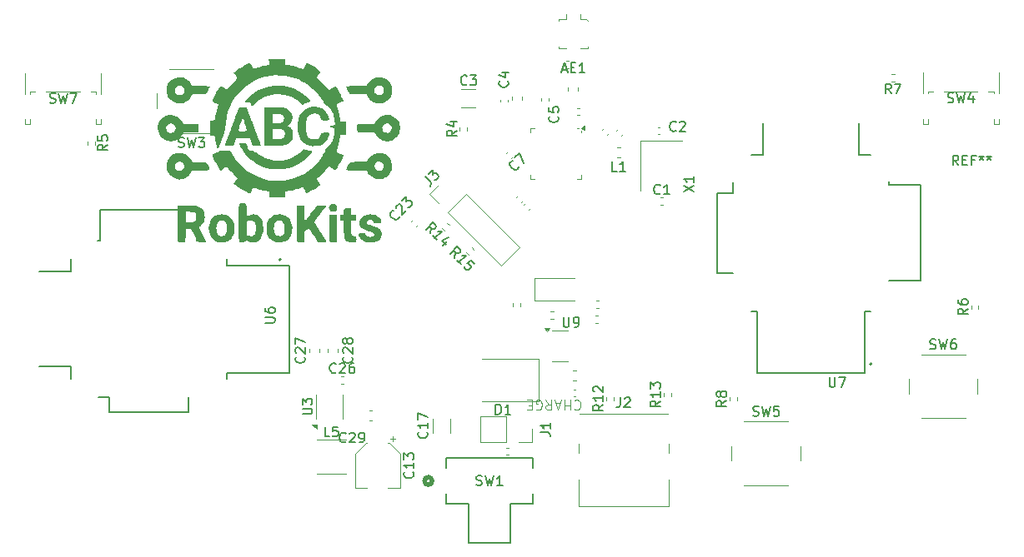
<source format=gbr>
%TF.GenerationSoftware,KiCad,Pcbnew,9.0.0*%
%TF.CreationDate,2025-09-05T21:39:46-05:00*%
%TF.ProjectId,RIOT_Remote_ESP,52494f54-5f52-4656-9d6f-74655f455350,rev?*%
%TF.SameCoordinates,Original*%
%TF.FileFunction,Legend,Top*%
%TF.FilePolarity,Positive*%
%FSLAX46Y46*%
G04 Gerber Fmt 4.6, Leading zero omitted, Abs format (unit mm)*
G04 Created by KiCad (PCBNEW 9.0.0) date 2025-09-05 21:39:46*
%MOMM*%
%LPD*%
G01*
G04 APERTURE LIST*
%ADD10C,0.100000*%
%ADD11C,0.150000*%
%ADD12C,0.120000*%
%ADD13C,0.127000*%
%ADD14C,0.200000*%
%ADD15C,0.000000*%
%ADD16C,0.152400*%
%ADD17C,0.508000*%
G04 APERTURE END LIST*
D10*
X159669687Y-70722819D02*
X159717306Y-70675200D01*
X159717306Y-70675200D02*
X159860163Y-70627580D01*
X159860163Y-70627580D02*
X159955401Y-70627580D01*
X159955401Y-70627580D02*
X160098258Y-70675200D01*
X160098258Y-70675200D02*
X160193496Y-70770438D01*
X160193496Y-70770438D02*
X160241115Y-70865676D01*
X160241115Y-70865676D02*
X160288734Y-71056152D01*
X160288734Y-71056152D02*
X160288734Y-71199009D01*
X160288734Y-71199009D02*
X160241115Y-71389485D01*
X160241115Y-71389485D02*
X160193496Y-71484723D01*
X160193496Y-71484723D02*
X160098258Y-71579961D01*
X160098258Y-71579961D02*
X159955401Y-71627580D01*
X159955401Y-71627580D02*
X159860163Y-71627580D01*
X159860163Y-71627580D02*
X159717306Y-71579961D01*
X159717306Y-71579961D02*
X159669687Y-71532342D01*
X159241115Y-70627580D02*
X159241115Y-71627580D01*
X159241115Y-71151390D02*
X158669687Y-71151390D01*
X158669687Y-70627580D02*
X158669687Y-71627580D01*
X158241115Y-70913295D02*
X157764925Y-70913295D01*
X158336353Y-70627580D02*
X158003020Y-71627580D01*
X158003020Y-71627580D02*
X157669687Y-70627580D01*
X156764925Y-70627580D02*
X157098258Y-71103771D01*
X157336353Y-70627580D02*
X157336353Y-71627580D01*
X157336353Y-71627580D02*
X156955401Y-71627580D01*
X156955401Y-71627580D02*
X156860163Y-71579961D01*
X156860163Y-71579961D02*
X156812544Y-71532342D01*
X156812544Y-71532342D02*
X156764925Y-71437104D01*
X156764925Y-71437104D02*
X156764925Y-71294247D01*
X156764925Y-71294247D02*
X156812544Y-71199009D01*
X156812544Y-71199009D02*
X156860163Y-71151390D01*
X156860163Y-71151390D02*
X156955401Y-71103771D01*
X156955401Y-71103771D02*
X157336353Y-71103771D01*
X155812544Y-71579961D02*
X155907782Y-71627580D01*
X155907782Y-71627580D02*
X156050639Y-71627580D01*
X156050639Y-71627580D02*
X156193496Y-71579961D01*
X156193496Y-71579961D02*
X156288734Y-71484723D01*
X156288734Y-71484723D02*
X156336353Y-71389485D01*
X156336353Y-71389485D02*
X156383972Y-71199009D01*
X156383972Y-71199009D02*
X156383972Y-71056152D01*
X156383972Y-71056152D02*
X156336353Y-70865676D01*
X156336353Y-70865676D02*
X156288734Y-70770438D01*
X156288734Y-70770438D02*
X156193496Y-70675200D01*
X156193496Y-70675200D02*
X156050639Y-70627580D01*
X156050639Y-70627580D02*
X155955401Y-70627580D01*
X155955401Y-70627580D02*
X155812544Y-70675200D01*
X155812544Y-70675200D02*
X155764925Y-70722819D01*
X155764925Y-70722819D02*
X155764925Y-71056152D01*
X155764925Y-71056152D02*
X155955401Y-71056152D01*
X155336353Y-71151390D02*
X155003020Y-71151390D01*
X154860163Y-70627580D02*
X155336353Y-70627580D01*
X155336353Y-70627580D02*
X155336353Y-71627580D01*
X155336353Y-71627580D02*
X154860163Y-71627580D01*
D11*
X198666666Y-46754819D02*
X198333333Y-46278628D01*
X198095238Y-46754819D02*
X198095238Y-45754819D01*
X198095238Y-45754819D02*
X198476190Y-45754819D01*
X198476190Y-45754819D02*
X198571428Y-45802438D01*
X198571428Y-45802438D02*
X198619047Y-45850057D01*
X198619047Y-45850057D02*
X198666666Y-45945295D01*
X198666666Y-45945295D02*
X198666666Y-46088152D01*
X198666666Y-46088152D02*
X198619047Y-46183390D01*
X198619047Y-46183390D02*
X198571428Y-46231009D01*
X198571428Y-46231009D02*
X198476190Y-46278628D01*
X198476190Y-46278628D02*
X198095238Y-46278628D01*
X199095238Y-46231009D02*
X199428571Y-46231009D01*
X199571428Y-46754819D02*
X199095238Y-46754819D01*
X199095238Y-46754819D02*
X199095238Y-45754819D01*
X199095238Y-45754819D02*
X199571428Y-45754819D01*
X200333333Y-46231009D02*
X200000000Y-46231009D01*
X200000000Y-46754819D02*
X200000000Y-45754819D01*
X200000000Y-45754819D02*
X200476190Y-45754819D01*
X201000000Y-45754819D02*
X201000000Y-45992914D01*
X200761905Y-45897676D02*
X201000000Y-45992914D01*
X201000000Y-45992914D02*
X201238095Y-45897676D01*
X200857143Y-46183390D02*
X201000000Y-45992914D01*
X201000000Y-45992914D02*
X201142857Y-46183390D01*
X201761905Y-45754819D02*
X201761905Y-45992914D01*
X201523810Y-45897676D02*
X201761905Y-45992914D01*
X201761905Y-45992914D02*
X202000000Y-45897676D01*
X201619048Y-46183390D02*
X201761905Y-45992914D01*
X201761905Y-45992914D02*
X201904762Y-46183390D01*
X154031655Y-46867356D02*
X154031655Y-46934700D01*
X154031655Y-46934700D02*
X153964311Y-47069387D01*
X153964311Y-47069387D02*
X153896968Y-47136730D01*
X153896968Y-47136730D02*
X153762281Y-47204074D01*
X153762281Y-47204074D02*
X153627594Y-47204074D01*
X153627594Y-47204074D02*
X153526579Y-47170402D01*
X153526579Y-47170402D02*
X153358220Y-47069387D01*
X153358220Y-47069387D02*
X153257205Y-46968372D01*
X153257205Y-46968372D02*
X153156189Y-46800013D01*
X153156189Y-46800013D02*
X153122518Y-46698998D01*
X153122518Y-46698998D02*
X153122518Y-46564311D01*
X153122518Y-46564311D02*
X153189861Y-46429624D01*
X153189861Y-46429624D02*
X153257205Y-46362280D01*
X153257205Y-46362280D02*
X153391892Y-46294937D01*
X153391892Y-46294937D02*
X153459235Y-46294937D01*
X153627594Y-45991891D02*
X154098998Y-45520486D01*
X154098998Y-45520486D02*
X154503059Y-46530639D01*
X148758618Y-38519228D02*
X148710999Y-38566848D01*
X148710999Y-38566848D02*
X148568142Y-38614467D01*
X148568142Y-38614467D02*
X148472904Y-38614467D01*
X148472904Y-38614467D02*
X148330047Y-38566848D01*
X148330047Y-38566848D02*
X148234809Y-38471609D01*
X148234809Y-38471609D02*
X148187190Y-38376371D01*
X148187190Y-38376371D02*
X148139571Y-38185895D01*
X148139571Y-38185895D02*
X148139571Y-38043038D01*
X148139571Y-38043038D02*
X148187190Y-37852562D01*
X148187190Y-37852562D02*
X148234809Y-37757324D01*
X148234809Y-37757324D02*
X148330047Y-37662086D01*
X148330047Y-37662086D02*
X148472904Y-37614467D01*
X148472904Y-37614467D02*
X148568142Y-37614467D01*
X148568142Y-37614467D02*
X148710999Y-37662086D01*
X148710999Y-37662086D02*
X148758618Y-37709705D01*
X149091952Y-37614467D02*
X149710999Y-37614467D01*
X149710999Y-37614467D02*
X149377666Y-37995419D01*
X149377666Y-37995419D02*
X149520523Y-37995419D01*
X149520523Y-37995419D02*
X149615761Y-38043038D01*
X149615761Y-38043038D02*
X149663380Y-38090657D01*
X149663380Y-38090657D02*
X149710999Y-38185895D01*
X149710999Y-38185895D02*
X149710999Y-38423990D01*
X149710999Y-38423990D02*
X149663380Y-38519228D01*
X149663380Y-38519228D02*
X149615761Y-38566848D01*
X149615761Y-38566848D02*
X149520523Y-38614467D01*
X149520523Y-38614467D02*
X149234809Y-38614467D01*
X149234809Y-38614467D02*
X149139571Y-38566848D01*
X149139571Y-38566848D02*
X149091952Y-38519228D01*
X177806667Y-72217200D02*
X177949524Y-72264819D01*
X177949524Y-72264819D02*
X178187619Y-72264819D01*
X178187619Y-72264819D02*
X178282857Y-72217200D01*
X178282857Y-72217200D02*
X178330476Y-72169580D01*
X178330476Y-72169580D02*
X178378095Y-72074342D01*
X178378095Y-72074342D02*
X178378095Y-71979104D01*
X178378095Y-71979104D02*
X178330476Y-71883866D01*
X178330476Y-71883866D02*
X178282857Y-71836247D01*
X178282857Y-71836247D02*
X178187619Y-71788628D01*
X178187619Y-71788628D02*
X177997143Y-71741009D01*
X177997143Y-71741009D02*
X177901905Y-71693390D01*
X177901905Y-71693390D02*
X177854286Y-71645771D01*
X177854286Y-71645771D02*
X177806667Y-71550533D01*
X177806667Y-71550533D02*
X177806667Y-71455295D01*
X177806667Y-71455295D02*
X177854286Y-71360057D01*
X177854286Y-71360057D02*
X177901905Y-71312438D01*
X177901905Y-71312438D02*
X177997143Y-71264819D01*
X177997143Y-71264819D02*
X178235238Y-71264819D01*
X178235238Y-71264819D02*
X178378095Y-71312438D01*
X178711429Y-71264819D02*
X178949524Y-72264819D01*
X178949524Y-72264819D02*
X179140000Y-71550533D01*
X179140000Y-71550533D02*
X179330476Y-72264819D01*
X179330476Y-72264819D02*
X179568572Y-71264819D01*
X180425714Y-71264819D02*
X179949524Y-71264819D01*
X179949524Y-71264819D02*
X179901905Y-71741009D01*
X179901905Y-71741009D02*
X179949524Y-71693390D01*
X179949524Y-71693390D02*
X180044762Y-71645771D01*
X180044762Y-71645771D02*
X180282857Y-71645771D01*
X180282857Y-71645771D02*
X180378095Y-71693390D01*
X180378095Y-71693390D02*
X180425714Y-71741009D01*
X180425714Y-71741009D02*
X180473333Y-71836247D01*
X180473333Y-71836247D02*
X180473333Y-72074342D01*
X180473333Y-72074342D02*
X180425714Y-72169580D01*
X180425714Y-72169580D02*
X180378095Y-72217200D01*
X180378095Y-72217200D02*
X180282857Y-72264819D01*
X180282857Y-72264819D02*
X180044762Y-72264819D01*
X180044762Y-72264819D02*
X179949524Y-72217200D01*
X179949524Y-72217200D02*
X179901905Y-72169580D01*
X132229580Y-66242857D02*
X132277200Y-66290476D01*
X132277200Y-66290476D02*
X132324819Y-66433333D01*
X132324819Y-66433333D02*
X132324819Y-66528571D01*
X132324819Y-66528571D02*
X132277200Y-66671428D01*
X132277200Y-66671428D02*
X132181961Y-66766666D01*
X132181961Y-66766666D02*
X132086723Y-66814285D01*
X132086723Y-66814285D02*
X131896247Y-66861904D01*
X131896247Y-66861904D02*
X131753390Y-66861904D01*
X131753390Y-66861904D02*
X131562914Y-66814285D01*
X131562914Y-66814285D02*
X131467676Y-66766666D01*
X131467676Y-66766666D02*
X131372438Y-66671428D01*
X131372438Y-66671428D02*
X131324819Y-66528571D01*
X131324819Y-66528571D02*
X131324819Y-66433333D01*
X131324819Y-66433333D02*
X131372438Y-66290476D01*
X131372438Y-66290476D02*
X131420057Y-66242857D01*
X131420057Y-65861904D02*
X131372438Y-65814285D01*
X131372438Y-65814285D02*
X131324819Y-65719047D01*
X131324819Y-65719047D02*
X131324819Y-65480952D01*
X131324819Y-65480952D02*
X131372438Y-65385714D01*
X131372438Y-65385714D02*
X131420057Y-65338095D01*
X131420057Y-65338095D02*
X131515295Y-65290476D01*
X131515295Y-65290476D02*
X131610533Y-65290476D01*
X131610533Y-65290476D02*
X131753390Y-65338095D01*
X131753390Y-65338095D02*
X132324819Y-65909523D01*
X132324819Y-65909523D02*
X132324819Y-65290476D01*
X131324819Y-64957142D02*
X131324819Y-64290476D01*
X131324819Y-64290476D02*
X132324819Y-64719047D01*
X164344166Y-70379819D02*
X164344166Y-71094104D01*
X164344166Y-71094104D02*
X164296547Y-71236961D01*
X164296547Y-71236961D02*
X164201309Y-71332200D01*
X164201309Y-71332200D02*
X164058452Y-71379819D01*
X164058452Y-71379819D02*
X163963214Y-71379819D01*
X164772738Y-70475057D02*
X164820357Y-70427438D01*
X164820357Y-70427438D02*
X164915595Y-70379819D01*
X164915595Y-70379819D02*
X165153690Y-70379819D01*
X165153690Y-70379819D02*
X165248928Y-70427438D01*
X165248928Y-70427438D02*
X165296547Y-70475057D01*
X165296547Y-70475057D02*
X165344166Y-70570295D01*
X165344166Y-70570295D02*
X165344166Y-70665533D01*
X165344166Y-70665533D02*
X165296547Y-70808390D01*
X165296547Y-70808390D02*
X164725119Y-71379819D01*
X164725119Y-71379819D02*
X165344166Y-71379819D01*
X168383333Y-49624580D02*
X168335714Y-49672200D01*
X168335714Y-49672200D02*
X168192857Y-49719819D01*
X168192857Y-49719819D02*
X168097619Y-49719819D01*
X168097619Y-49719819D02*
X167954762Y-49672200D01*
X167954762Y-49672200D02*
X167859524Y-49576961D01*
X167859524Y-49576961D02*
X167811905Y-49481723D01*
X167811905Y-49481723D02*
X167764286Y-49291247D01*
X167764286Y-49291247D02*
X167764286Y-49148390D01*
X167764286Y-49148390D02*
X167811905Y-48957914D01*
X167811905Y-48957914D02*
X167859524Y-48862676D01*
X167859524Y-48862676D02*
X167954762Y-48767438D01*
X167954762Y-48767438D02*
X168097619Y-48719819D01*
X168097619Y-48719819D02*
X168192857Y-48719819D01*
X168192857Y-48719819D02*
X168335714Y-48767438D01*
X168335714Y-48767438D02*
X168383333Y-48815057D01*
X169335714Y-49719819D02*
X168764286Y-49719819D01*
X169050000Y-49719819D02*
X169050000Y-48719819D01*
X169050000Y-48719819D02*
X168954762Y-48862676D01*
X168954762Y-48862676D02*
X168859524Y-48957914D01*
X168859524Y-48957914D02*
X168764286Y-49005533D01*
X147486510Y-56164351D02*
X147587525Y-55591932D01*
X147082449Y-55760290D02*
X147789556Y-55053184D01*
X147789556Y-55053184D02*
X148058930Y-55322558D01*
X148058930Y-55322558D02*
X148092602Y-55423573D01*
X148092602Y-55423573D02*
X148092602Y-55490916D01*
X148092602Y-55490916D02*
X148058930Y-55591932D01*
X148058930Y-55591932D02*
X147957915Y-55692947D01*
X147957915Y-55692947D02*
X147856899Y-55726619D01*
X147856899Y-55726619D02*
X147789556Y-55726619D01*
X147789556Y-55726619D02*
X147688541Y-55692947D01*
X147688541Y-55692947D02*
X147419167Y-55423573D01*
X148159945Y-56837786D02*
X147755884Y-56433725D01*
X147957915Y-56635756D02*
X148665021Y-55928649D01*
X148665021Y-55928649D02*
X148496663Y-55962321D01*
X148496663Y-55962321D02*
X148361976Y-55962321D01*
X148361976Y-55962321D02*
X148260960Y-55928649D01*
X149506815Y-56770443D02*
X149170098Y-56433725D01*
X149170098Y-56433725D02*
X148799709Y-56736771D01*
X148799709Y-56736771D02*
X148867052Y-56736771D01*
X148867052Y-56736771D02*
X148968067Y-56770443D01*
X148968067Y-56770443D02*
X149136426Y-56938802D01*
X149136426Y-56938802D02*
X149170098Y-57039817D01*
X149170098Y-57039817D02*
X149170098Y-57107161D01*
X149170098Y-57107161D02*
X149136426Y-57208176D01*
X149136426Y-57208176D02*
X148968067Y-57376535D01*
X148968067Y-57376535D02*
X148867052Y-57410206D01*
X148867052Y-57410206D02*
X148799709Y-57410206D01*
X148799709Y-57410206D02*
X148698693Y-57376535D01*
X148698693Y-57376535D02*
X148530335Y-57208176D01*
X148530335Y-57208176D02*
X148496663Y-57107161D01*
X148496663Y-57107161D02*
X148496663Y-57039817D01*
X156224819Y-73933333D02*
X156939104Y-73933333D01*
X156939104Y-73933333D02*
X157081961Y-73980952D01*
X157081961Y-73980952D02*
X157177200Y-74076190D01*
X157177200Y-74076190D02*
X157224819Y-74219047D01*
X157224819Y-74219047D02*
X157224819Y-74314285D01*
X157224819Y-72933333D02*
X157224819Y-73504761D01*
X157224819Y-73219047D02*
X156224819Y-73219047D01*
X156224819Y-73219047D02*
X156367676Y-73314285D01*
X156367676Y-73314285D02*
X156462914Y-73409523D01*
X156462914Y-73409523D02*
X156510533Y-73504761D01*
X106416667Y-40387200D02*
X106559524Y-40434819D01*
X106559524Y-40434819D02*
X106797619Y-40434819D01*
X106797619Y-40434819D02*
X106892857Y-40387200D01*
X106892857Y-40387200D02*
X106940476Y-40339580D01*
X106940476Y-40339580D02*
X106988095Y-40244342D01*
X106988095Y-40244342D02*
X106988095Y-40149104D01*
X106988095Y-40149104D02*
X106940476Y-40053866D01*
X106940476Y-40053866D02*
X106892857Y-40006247D01*
X106892857Y-40006247D02*
X106797619Y-39958628D01*
X106797619Y-39958628D02*
X106607143Y-39911009D01*
X106607143Y-39911009D02*
X106511905Y-39863390D01*
X106511905Y-39863390D02*
X106464286Y-39815771D01*
X106464286Y-39815771D02*
X106416667Y-39720533D01*
X106416667Y-39720533D02*
X106416667Y-39625295D01*
X106416667Y-39625295D02*
X106464286Y-39530057D01*
X106464286Y-39530057D02*
X106511905Y-39482438D01*
X106511905Y-39482438D02*
X106607143Y-39434819D01*
X106607143Y-39434819D02*
X106845238Y-39434819D01*
X106845238Y-39434819D02*
X106988095Y-39482438D01*
X107321429Y-39434819D02*
X107559524Y-40434819D01*
X107559524Y-40434819D02*
X107750000Y-39720533D01*
X107750000Y-39720533D02*
X107940476Y-40434819D01*
X107940476Y-40434819D02*
X108178572Y-39434819D01*
X108464286Y-39434819D02*
X109130952Y-39434819D01*
X109130952Y-39434819D02*
X108702381Y-40434819D01*
X134833333Y-74354819D02*
X134357143Y-74354819D01*
X134357143Y-74354819D02*
X134357143Y-73354819D01*
X135642857Y-73354819D02*
X135166667Y-73354819D01*
X135166667Y-73354819D02*
X135119048Y-73831009D01*
X135119048Y-73831009D02*
X135166667Y-73783390D01*
X135166667Y-73783390D02*
X135261905Y-73735771D01*
X135261905Y-73735771D02*
X135500000Y-73735771D01*
X135500000Y-73735771D02*
X135595238Y-73783390D01*
X135595238Y-73783390D02*
X135642857Y-73831009D01*
X135642857Y-73831009D02*
X135690476Y-73926247D01*
X135690476Y-73926247D02*
X135690476Y-74164342D01*
X135690476Y-74164342D02*
X135642857Y-74259580D01*
X135642857Y-74259580D02*
X135595238Y-74307200D01*
X135595238Y-74307200D02*
X135500000Y-74354819D01*
X135500000Y-74354819D02*
X135261905Y-74354819D01*
X135261905Y-74354819D02*
X135166667Y-74307200D01*
X135166667Y-74307200D02*
X135119048Y-74259580D01*
X169983333Y-43209580D02*
X169935714Y-43257200D01*
X169935714Y-43257200D02*
X169792857Y-43304819D01*
X169792857Y-43304819D02*
X169697619Y-43304819D01*
X169697619Y-43304819D02*
X169554762Y-43257200D01*
X169554762Y-43257200D02*
X169459524Y-43161961D01*
X169459524Y-43161961D02*
X169411905Y-43066723D01*
X169411905Y-43066723D02*
X169364286Y-42876247D01*
X169364286Y-42876247D02*
X169364286Y-42733390D01*
X169364286Y-42733390D02*
X169411905Y-42542914D01*
X169411905Y-42542914D02*
X169459524Y-42447676D01*
X169459524Y-42447676D02*
X169554762Y-42352438D01*
X169554762Y-42352438D02*
X169697619Y-42304819D01*
X169697619Y-42304819D02*
X169792857Y-42304819D01*
X169792857Y-42304819D02*
X169935714Y-42352438D01*
X169935714Y-42352438D02*
X169983333Y-42400057D01*
X170364286Y-42400057D02*
X170411905Y-42352438D01*
X170411905Y-42352438D02*
X170507143Y-42304819D01*
X170507143Y-42304819D02*
X170745238Y-42304819D01*
X170745238Y-42304819D02*
X170840476Y-42352438D01*
X170840476Y-42352438D02*
X170888095Y-42400057D01*
X170888095Y-42400057D02*
X170935714Y-42495295D01*
X170935714Y-42495295D02*
X170935714Y-42590533D01*
X170935714Y-42590533D02*
X170888095Y-42733390D01*
X170888095Y-42733390D02*
X170316667Y-43304819D01*
X170316667Y-43304819D02*
X170935714Y-43304819D01*
X143259580Y-77942857D02*
X143307200Y-77990476D01*
X143307200Y-77990476D02*
X143354819Y-78133333D01*
X143354819Y-78133333D02*
X143354819Y-78228571D01*
X143354819Y-78228571D02*
X143307200Y-78371428D01*
X143307200Y-78371428D02*
X143211961Y-78466666D01*
X143211961Y-78466666D02*
X143116723Y-78514285D01*
X143116723Y-78514285D02*
X142926247Y-78561904D01*
X142926247Y-78561904D02*
X142783390Y-78561904D01*
X142783390Y-78561904D02*
X142592914Y-78514285D01*
X142592914Y-78514285D02*
X142497676Y-78466666D01*
X142497676Y-78466666D02*
X142402438Y-78371428D01*
X142402438Y-78371428D02*
X142354819Y-78228571D01*
X142354819Y-78228571D02*
X142354819Y-78133333D01*
X142354819Y-78133333D02*
X142402438Y-77990476D01*
X142402438Y-77990476D02*
X142450057Y-77942857D01*
X143354819Y-76990476D02*
X143354819Y-77561904D01*
X143354819Y-77276190D02*
X142354819Y-77276190D01*
X142354819Y-77276190D02*
X142497676Y-77371428D01*
X142497676Y-77371428D02*
X142592914Y-77466666D01*
X142592914Y-77466666D02*
X142640533Y-77561904D01*
X142354819Y-76657142D02*
X142354819Y-76038095D01*
X142354819Y-76038095D02*
X142735771Y-76371428D01*
X142735771Y-76371428D02*
X142735771Y-76228571D01*
X142735771Y-76228571D02*
X142783390Y-76133333D01*
X142783390Y-76133333D02*
X142831009Y-76085714D01*
X142831009Y-76085714D02*
X142926247Y-76038095D01*
X142926247Y-76038095D02*
X143164342Y-76038095D01*
X143164342Y-76038095D02*
X143259580Y-76085714D01*
X143259580Y-76085714D02*
X143307200Y-76133333D01*
X143307200Y-76133333D02*
X143354819Y-76228571D01*
X143354819Y-76228571D02*
X143354819Y-76514285D01*
X143354819Y-76514285D02*
X143307200Y-76609523D01*
X143307200Y-76609523D02*
X143259580Y-76657142D01*
X164008333Y-47359819D02*
X163532143Y-47359819D01*
X163532143Y-47359819D02*
X163532143Y-46359819D01*
X164865476Y-47359819D02*
X164294048Y-47359819D01*
X164579762Y-47359819D02*
X164579762Y-46359819D01*
X164579762Y-46359819D02*
X164484524Y-46502676D01*
X164484524Y-46502676D02*
X164389286Y-46597914D01*
X164389286Y-46597914D02*
X164294048Y-46645533D01*
X136457142Y-74859580D02*
X136409523Y-74907200D01*
X136409523Y-74907200D02*
X136266666Y-74954819D01*
X136266666Y-74954819D02*
X136171428Y-74954819D01*
X136171428Y-74954819D02*
X136028571Y-74907200D01*
X136028571Y-74907200D02*
X135933333Y-74811961D01*
X135933333Y-74811961D02*
X135885714Y-74716723D01*
X135885714Y-74716723D02*
X135838095Y-74526247D01*
X135838095Y-74526247D02*
X135838095Y-74383390D01*
X135838095Y-74383390D02*
X135885714Y-74192914D01*
X135885714Y-74192914D02*
X135933333Y-74097676D01*
X135933333Y-74097676D02*
X136028571Y-74002438D01*
X136028571Y-74002438D02*
X136171428Y-73954819D01*
X136171428Y-73954819D02*
X136266666Y-73954819D01*
X136266666Y-73954819D02*
X136409523Y-74002438D01*
X136409523Y-74002438D02*
X136457142Y-74050057D01*
X136838095Y-74050057D02*
X136885714Y-74002438D01*
X136885714Y-74002438D02*
X136980952Y-73954819D01*
X136980952Y-73954819D02*
X137219047Y-73954819D01*
X137219047Y-73954819D02*
X137314285Y-74002438D01*
X137314285Y-74002438D02*
X137361904Y-74050057D01*
X137361904Y-74050057D02*
X137409523Y-74145295D01*
X137409523Y-74145295D02*
X137409523Y-74240533D01*
X137409523Y-74240533D02*
X137361904Y-74383390D01*
X137361904Y-74383390D02*
X136790476Y-74954819D01*
X136790476Y-74954819D02*
X137409523Y-74954819D01*
X137885714Y-74954819D02*
X138076190Y-74954819D01*
X138076190Y-74954819D02*
X138171428Y-74907200D01*
X138171428Y-74907200D02*
X138219047Y-74859580D01*
X138219047Y-74859580D02*
X138314285Y-74716723D01*
X138314285Y-74716723D02*
X138361904Y-74526247D01*
X138361904Y-74526247D02*
X138361904Y-74145295D01*
X138361904Y-74145295D02*
X138314285Y-74050057D01*
X138314285Y-74050057D02*
X138266666Y-74002438D01*
X138266666Y-74002438D02*
X138171428Y-73954819D01*
X138171428Y-73954819D02*
X137980952Y-73954819D01*
X137980952Y-73954819D02*
X137885714Y-74002438D01*
X137885714Y-74002438D02*
X137838095Y-74050057D01*
X137838095Y-74050057D02*
X137790476Y-74145295D01*
X137790476Y-74145295D02*
X137790476Y-74383390D01*
X137790476Y-74383390D02*
X137838095Y-74478628D01*
X137838095Y-74478628D02*
X137885714Y-74526247D01*
X137885714Y-74526247D02*
X137980952Y-74573866D01*
X137980952Y-74573866D02*
X138171428Y-74573866D01*
X138171428Y-74573866D02*
X138266666Y-74526247D01*
X138266666Y-74526247D02*
X138314285Y-74478628D01*
X138314285Y-74478628D02*
X138361904Y-74383390D01*
X145011510Y-53689351D02*
X145112525Y-53116932D01*
X144607449Y-53285290D02*
X145314556Y-52578184D01*
X145314556Y-52578184D02*
X145583930Y-52847558D01*
X145583930Y-52847558D02*
X145617602Y-52948573D01*
X145617602Y-52948573D02*
X145617602Y-53015916D01*
X145617602Y-53015916D02*
X145583930Y-53116932D01*
X145583930Y-53116932D02*
X145482915Y-53217947D01*
X145482915Y-53217947D02*
X145381899Y-53251619D01*
X145381899Y-53251619D02*
X145314556Y-53251619D01*
X145314556Y-53251619D02*
X145213541Y-53217947D01*
X145213541Y-53217947D02*
X144944167Y-52948573D01*
X145684945Y-54362786D02*
X145280884Y-53958725D01*
X145482915Y-54160756D02*
X146190021Y-53453649D01*
X146190021Y-53453649D02*
X146021663Y-53487321D01*
X146021663Y-53487321D02*
X145886976Y-53487321D01*
X145886976Y-53487321D02*
X145785960Y-53453649D01*
X146762441Y-54497474D02*
X146291037Y-54968878D01*
X146863457Y-54059741D02*
X146190022Y-54396458D01*
X146190022Y-54396458D02*
X146627754Y-54834191D01*
X137059580Y-66242857D02*
X137107200Y-66290476D01*
X137107200Y-66290476D02*
X137154819Y-66433333D01*
X137154819Y-66433333D02*
X137154819Y-66528571D01*
X137154819Y-66528571D02*
X137107200Y-66671428D01*
X137107200Y-66671428D02*
X137011961Y-66766666D01*
X137011961Y-66766666D02*
X136916723Y-66814285D01*
X136916723Y-66814285D02*
X136726247Y-66861904D01*
X136726247Y-66861904D02*
X136583390Y-66861904D01*
X136583390Y-66861904D02*
X136392914Y-66814285D01*
X136392914Y-66814285D02*
X136297676Y-66766666D01*
X136297676Y-66766666D02*
X136202438Y-66671428D01*
X136202438Y-66671428D02*
X136154819Y-66528571D01*
X136154819Y-66528571D02*
X136154819Y-66433333D01*
X136154819Y-66433333D02*
X136202438Y-66290476D01*
X136202438Y-66290476D02*
X136250057Y-66242857D01*
X136250057Y-65861904D02*
X136202438Y-65814285D01*
X136202438Y-65814285D02*
X136154819Y-65719047D01*
X136154819Y-65719047D02*
X136154819Y-65480952D01*
X136154819Y-65480952D02*
X136202438Y-65385714D01*
X136202438Y-65385714D02*
X136250057Y-65338095D01*
X136250057Y-65338095D02*
X136345295Y-65290476D01*
X136345295Y-65290476D02*
X136440533Y-65290476D01*
X136440533Y-65290476D02*
X136583390Y-65338095D01*
X136583390Y-65338095D02*
X137154819Y-65909523D01*
X137154819Y-65909523D02*
X137154819Y-65290476D01*
X136583390Y-64719047D02*
X136535771Y-64814285D01*
X136535771Y-64814285D02*
X136488152Y-64861904D01*
X136488152Y-64861904D02*
X136392914Y-64909523D01*
X136392914Y-64909523D02*
X136345295Y-64909523D01*
X136345295Y-64909523D02*
X136250057Y-64861904D01*
X136250057Y-64861904D02*
X136202438Y-64814285D01*
X136202438Y-64814285D02*
X136154819Y-64719047D01*
X136154819Y-64719047D02*
X136154819Y-64528571D01*
X136154819Y-64528571D02*
X136202438Y-64433333D01*
X136202438Y-64433333D02*
X136250057Y-64385714D01*
X136250057Y-64385714D02*
X136345295Y-64338095D01*
X136345295Y-64338095D02*
X136392914Y-64338095D01*
X136392914Y-64338095D02*
X136488152Y-64385714D01*
X136488152Y-64385714D02*
X136535771Y-64433333D01*
X136535771Y-64433333D02*
X136583390Y-64528571D01*
X136583390Y-64528571D02*
X136583390Y-64719047D01*
X136583390Y-64719047D02*
X136631009Y-64814285D01*
X136631009Y-64814285D02*
X136678628Y-64861904D01*
X136678628Y-64861904D02*
X136773866Y-64909523D01*
X136773866Y-64909523D02*
X136964342Y-64909523D01*
X136964342Y-64909523D02*
X137059580Y-64861904D01*
X137059580Y-64861904D02*
X137107200Y-64814285D01*
X137107200Y-64814285D02*
X137154819Y-64719047D01*
X137154819Y-64719047D02*
X137154819Y-64528571D01*
X137154819Y-64528571D02*
X137107200Y-64433333D01*
X137107200Y-64433333D02*
X137059580Y-64385714D01*
X137059580Y-64385714D02*
X136964342Y-64338095D01*
X136964342Y-64338095D02*
X136773866Y-64338095D01*
X136773866Y-64338095D02*
X136678628Y-64385714D01*
X136678628Y-64385714D02*
X136631009Y-64433333D01*
X136631009Y-64433333D02*
X136583390Y-64528571D01*
X197591667Y-40349700D02*
X197734524Y-40397319D01*
X197734524Y-40397319D02*
X197972619Y-40397319D01*
X197972619Y-40397319D02*
X198067857Y-40349700D01*
X198067857Y-40349700D02*
X198115476Y-40302080D01*
X198115476Y-40302080D02*
X198163095Y-40206842D01*
X198163095Y-40206842D02*
X198163095Y-40111604D01*
X198163095Y-40111604D02*
X198115476Y-40016366D01*
X198115476Y-40016366D02*
X198067857Y-39968747D01*
X198067857Y-39968747D02*
X197972619Y-39921128D01*
X197972619Y-39921128D02*
X197782143Y-39873509D01*
X197782143Y-39873509D02*
X197686905Y-39825890D01*
X197686905Y-39825890D02*
X197639286Y-39778271D01*
X197639286Y-39778271D02*
X197591667Y-39683033D01*
X197591667Y-39683033D02*
X197591667Y-39587795D01*
X197591667Y-39587795D02*
X197639286Y-39492557D01*
X197639286Y-39492557D02*
X197686905Y-39444938D01*
X197686905Y-39444938D02*
X197782143Y-39397319D01*
X197782143Y-39397319D02*
X198020238Y-39397319D01*
X198020238Y-39397319D02*
X198163095Y-39444938D01*
X198496429Y-39397319D02*
X198734524Y-40397319D01*
X198734524Y-40397319D02*
X198925000Y-39683033D01*
X198925000Y-39683033D02*
X199115476Y-40397319D01*
X199115476Y-40397319D02*
X199353572Y-39397319D01*
X200163095Y-39730652D02*
X200163095Y-40397319D01*
X199925000Y-39349700D02*
X199686905Y-40063985D01*
X199686905Y-40063985D02*
X200305952Y-40063985D01*
X191833333Y-39474819D02*
X191500000Y-38998628D01*
X191261905Y-39474819D02*
X191261905Y-38474819D01*
X191261905Y-38474819D02*
X191642857Y-38474819D01*
X191642857Y-38474819D02*
X191738095Y-38522438D01*
X191738095Y-38522438D02*
X191785714Y-38570057D01*
X191785714Y-38570057D02*
X191833333Y-38665295D01*
X191833333Y-38665295D02*
X191833333Y-38808152D01*
X191833333Y-38808152D02*
X191785714Y-38903390D01*
X191785714Y-38903390D02*
X191738095Y-38951009D01*
X191738095Y-38951009D02*
X191642857Y-38998628D01*
X191642857Y-38998628D02*
X191261905Y-38998628D01*
X192166667Y-38474819D02*
X192833333Y-38474819D01*
X192833333Y-38474819D02*
X192404762Y-39474819D01*
X195786667Y-65407200D02*
X195929524Y-65454819D01*
X195929524Y-65454819D02*
X196167619Y-65454819D01*
X196167619Y-65454819D02*
X196262857Y-65407200D01*
X196262857Y-65407200D02*
X196310476Y-65359580D01*
X196310476Y-65359580D02*
X196358095Y-65264342D01*
X196358095Y-65264342D02*
X196358095Y-65169104D01*
X196358095Y-65169104D02*
X196310476Y-65073866D01*
X196310476Y-65073866D02*
X196262857Y-65026247D01*
X196262857Y-65026247D02*
X196167619Y-64978628D01*
X196167619Y-64978628D02*
X195977143Y-64931009D01*
X195977143Y-64931009D02*
X195881905Y-64883390D01*
X195881905Y-64883390D02*
X195834286Y-64835771D01*
X195834286Y-64835771D02*
X195786667Y-64740533D01*
X195786667Y-64740533D02*
X195786667Y-64645295D01*
X195786667Y-64645295D02*
X195834286Y-64550057D01*
X195834286Y-64550057D02*
X195881905Y-64502438D01*
X195881905Y-64502438D02*
X195977143Y-64454819D01*
X195977143Y-64454819D02*
X196215238Y-64454819D01*
X196215238Y-64454819D02*
X196358095Y-64502438D01*
X196691429Y-64454819D02*
X196929524Y-65454819D01*
X196929524Y-65454819D02*
X197120000Y-64740533D01*
X197120000Y-64740533D02*
X197310476Y-65454819D01*
X197310476Y-65454819D02*
X197548572Y-64454819D01*
X198358095Y-64454819D02*
X198167619Y-64454819D01*
X198167619Y-64454819D02*
X198072381Y-64502438D01*
X198072381Y-64502438D02*
X198024762Y-64550057D01*
X198024762Y-64550057D02*
X197929524Y-64692914D01*
X197929524Y-64692914D02*
X197881905Y-64883390D01*
X197881905Y-64883390D02*
X197881905Y-65264342D01*
X197881905Y-65264342D02*
X197929524Y-65359580D01*
X197929524Y-65359580D02*
X197977143Y-65407200D01*
X197977143Y-65407200D02*
X198072381Y-65454819D01*
X198072381Y-65454819D02*
X198262857Y-65454819D01*
X198262857Y-65454819D02*
X198358095Y-65407200D01*
X198358095Y-65407200D02*
X198405714Y-65359580D01*
X198405714Y-65359580D02*
X198453333Y-65264342D01*
X198453333Y-65264342D02*
X198453333Y-65026247D01*
X198453333Y-65026247D02*
X198405714Y-64931009D01*
X198405714Y-64931009D02*
X198358095Y-64883390D01*
X198358095Y-64883390D02*
X198262857Y-64835771D01*
X198262857Y-64835771D02*
X198072381Y-64835771D01*
X198072381Y-64835771D02*
X197977143Y-64883390D01*
X197977143Y-64883390D02*
X197929524Y-64931009D01*
X197929524Y-64931009D02*
X197881905Y-65026247D01*
X132054819Y-72061904D02*
X132864342Y-72061904D01*
X132864342Y-72061904D02*
X132959580Y-72014285D01*
X132959580Y-72014285D02*
X133007200Y-71966666D01*
X133007200Y-71966666D02*
X133054819Y-71871428D01*
X133054819Y-71871428D02*
X133054819Y-71680952D01*
X133054819Y-71680952D02*
X133007200Y-71585714D01*
X133007200Y-71585714D02*
X132959580Y-71538095D01*
X132959580Y-71538095D02*
X132864342Y-71490476D01*
X132864342Y-71490476D02*
X132054819Y-71490476D01*
X132054819Y-71109523D02*
X132054819Y-70490476D01*
X132054819Y-70490476D02*
X132435771Y-70823809D01*
X132435771Y-70823809D02*
X132435771Y-70680952D01*
X132435771Y-70680952D02*
X132483390Y-70585714D01*
X132483390Y-70585714D02*
X132531009Y-70538095D01*
X132531009Y-70538095D02*
X132626247Y-70490476D01*
X132626247Y-70490476D02*
X132864342Y-70490476D01*
X132864342Y-70490476D02*
X132959580Y-70538095D01*
X132959580Y-70538095D02*
X133007200Y-70585714D01*
X133007200Y-70585714D02*
X133054819Y-70680952D01*
X133054819Y-70680952D02*
X133054819Y-70966666D01*
X133054819Y-70966666D02*
X133007200Y-71061904D01*
X133007200Y-71061904D02*
X132959580Y-71109523D01*
X185563095Y-68308538D02*
X185563095Y-69118061D01*
X185563095Y-69118061D02*
X185610714Y-69213299D01*
X185610714Y-69213299D02*
X185658333Y-69260919D01*
X185658333Y-69260919D02*
X185753571Y-69308538D01*
X185753571Y-69308538D02*
X185944047Y-69308538D01*
X185944047Y-69308538D02*
X186039285Y-69260919D01*
X186039285Y-69260919D02*
X186086904Y-69213299D01*
X186086904Y-69213299D02*
X186134523Y-69118061D01*
X186134523Y-69118061D02*
X186134523Y-68308538D01*
X186515476Y-68308538D02*
X187182142Y-68308538D01*
X187182142Y-68308538D02*
X186753571Y-69308538D01*
X152909580Y-38196666D02*
X152957200Y-38244285D01*
X152957200Y-38244285D02*
X153004819Y-38387142D01*
X153004819Y-38387142D02*
X153004819Y-38482380D01*
X153004819Y-38482380D02*
X152957200Y-38625237D01*
X152957200Y-38625237D02*
X152861961Y-38720475D01*
X152861961Y-38720475D02*
X152766723Y-38768094D01*
X152766723Y-38768094D02*
X152576247Y-38815713D01*
X152576247Y-38815713D02*
X152433390Y-38815713D01*
X152433390Y-38815713D02*
X152242914Y-38768094D01*
X152242914Y-38768094D02*
X152147676Y-38720475D01*
X152147676Y-38720475D02*
X152052438Y-38625237D01*
X152052438Y-38625237D02*
X152004819Y-38482380D01*
X152004819Y-38482380D02*
X152004819Y-38387142D01*
X152004819Y-38387142D02*
X152052438Y-38244285D01*
X152052438Y-38244285D02*
X152100057Y-38196666D01*
X152338152Y-37339523D02*
X153004819Y-37339523D01*
X151957200Y-37577618D02*
X152671485Y-37815713D01*
X152671485Y-37815713D02*
X152671485Y-37196666D01*
X168384819Y-70742857D02*
X167908628Y-71076190D01*
X168384819Y-71314285D02*
X167384819Y-71314285D01*
X167384819Y-71314285D02*
X167384819Y-70933333D01*
X167384819Y-70933333D02*
X167432438Y-70838095D01*
X167432438Y-70838095D02*
X167480057Y-70790476D01*
X167480057Y-70790476D02*
X167575295Y-70742857D01*
X167575295Y-70742857D02*
X167718152Y-70742857D01*
X167718152Y-70742857D02*
X167813390Y-70790476D01*
X167813390Y-70790476D02*
X167861009Y-70838095D01*
X167861009Y-70838095D02*
X167908628Y-70933333D01*
X167908628Y-70933333D02*
X167908628Y-71314285D01*
X168384819Y-69790476D02*
X168384819Y-70361904D01*
X168384819Y-70076190D02*
X167384819Y-70076190D01*
X167384819Y-70076190D02*
X167527676Y-70171428D01*
X167527676Y-70171428D02*
X167622914Y-70266666D01*
X167622914Y-70266666D02*
X167670533Y-70361904D01*
X167384819Y-69457142D02*
X167384819Y-68838095D01*
X167384819Y-68838095D02*
X167765771Y-69171428D01*
X167765771Y-69171428D02*
X167765771Y-69028571D01*
X167765771Y-69028571D02*
X167813390Y-68933333D01*
X167813390Y-68933333D02*
X167861009Y-68885714D01*
X167861009Y-68885714D02*
X167956247Y-68838095D01*
X167956247Y-68838095D02*
X168194342Y-68838095D01*
X168194342Y-68838095D02*
X168289580Y-68885714D01*
X168289580Y-68885714D02*
X168337200Y-68933333D01*
X168337200Y-68933333D02*
X168384819Y-69028571D01*
X168384819Y-69028571D02*
X168384819Y-69314285D01*
X168384819Y-69314285D02*
X168337200Y-69409523D01*
X168337200Y-69409523D02*
X168289580Y-69457142D01*
X144684580Y-73892857D02*
X144732200Y-73940476D01*
X144732200Y-73940476D02*
X144779819Y-74083333D01*
X144779819Y-74083333D02*
X144779819Y-74178571D01*
X144779819Y-74178571D02*
X144732200Y-74321428D01*
X144732200Y-74321428D02*
X144636961Y-74416666D01*
X144636961Y-74416666D02*
X144541723Y-74464285D01*
X144541723Y-74464285D02*
X144351247Y-74511904D01*
X144351247Y-74511904D02*
X144208390Y-74511904D01*
X144208390Y-74511904D02*
X144017914Y-74464285D01*
X144017914Y-74464285D02*
X143922676Y-74416666D01*
X143922676Y-74416666D02*
X143827438Y-74321428D01*
X143827438Y-74321428D02*
X143779819Y-74178571D01*
X143779819Y-74178571D02*
X143779819Y-74083333D01*
X143779819Y-74083333D02*
X143827438Y-73940476D01*
X143827438Y-73940476D02*
X143875057Y-73892857D01*
X144779819Y-72940476D02*
X144779819Y-73511904D01*
X144779819Y-73226190D02*
X143779819Y-73226190D01*
X143779819Y-73226190D02*
X143922676Y-73321428D01*
X143922676Y-73321428D02*
X144017914Y-73416666D01*
X144017914Y-73416666D02*
X144065533Y-73511904D01*
X143779819Y-72607142D02*
X143779819Y-71940476D01*
X143779819Y-71940476D02*
X144779819Y-72369047D01*
X151686905Y-72079819D02*
X151686905Y-71079819D01*
X151686905Y-71079819D02*
X151925000Y-71079819D01*
X151925000Y-71079819D02*
X152067857Y-71127438D01*
X152067857Y-71127438D02*
X152163095Y-71222676D01*
X152163095Y-71222676D02*
X152210714Y-71317914D01*
X152210714Y-71317914D02*
X152258333Y-71508390D01*
X152258333Y-71508390D02*
X152258333Y-71651247D01*
X152258333Y-71651247D02*
X152210714Y-71841723D01*
X152210714Y-71841723D02*
X152163095Y-71936961D01*
X152163095Y-71936961D02*
X152067857Y-72032200D01*
X152067857Y-72032200D02*
X151925000Y-72079819D01*
X151925000Y-72079819D02*
X151686905Y-72079819D01*
X153210714Y-72079819D02*
X152639286Y-72079819D01*
X152925000Y-72079819D02*
X152925000Y-71079819D01*
X152925000Y-71079819D02*
X152829762Y-71222676D01*
X152829762Y-71222676D02*
X152734524Y-71317914D01*
X152734524Y-71317914D02*
X152639286Y-71365533D01*
X144564135Y-47910540D02*
X145069211Y-48415616D01*
X145069211Y-48415616D02*
X145136555Y-48550303D01*
X145136555Y-48550303D02*
X145136555Y-48684990D01*
X145136555Y-48684990D02*
X145069211Y-48819677D01*
X145069211Y-48819677D02*
X145001868Y-48887021D01*
X144833509Y-47641166D02*
X145271242Y-47203433D01*
X145271242Y-47203433D02*
X145304914Y-47708509D01*
X145304914Y-47708509D02*
X145405929Y-47607494D01*
X145405929Y-47607494D02*
X145506944Y-47573822D01*
X145506944Y-47573822D02*
X145574288Y-47573822D01*
X145574288Y-47573822D02*
X145675303Y-47607494D01*
X145675303Y-47607494D02*
X145843662Y-47775853D01*
X145843662Y-47775853D02*
X145877333Y-47876868D01*
X145877333Y-47876868D02*
X145877333Y-47944211D01*
X145877333Y-47944211D02*
X145843662Y-48045227D01*
X145843662Y-48045227D02*
X145641631Y-48247257D01*
X145641631Y-48247257D02*
X145540616Y-48280929D01*
X145540616Y-48280929D02*
X145473272Y-48280929D01*
X199614819Y-61336666D02*
X199138628Y-61669999D01*
X199614819Y-61908094D02*
X198614819Y-61908094D01*
X198614819Y-61908094D02*
X198614819Y-61527142D01*
X198614819Y-61527142D02*
X198662438Y-61431904D01*
X198662438Y-61431904D02*
X198710057Y-61384285D01*
X198710057Y-61384285D02*
X198805295Y-61336666D01*
X198805295Y-61336666D02*
X198948152Y-61336666D01*
X198948152Y-61336666D02*
X199043390Y-61384285D01*
X199043390Y-61384285D02*
X199091009Y-61431904D01*
X199091009Y-61431904D02*
X199138628Y-61527142D01*
X199138628Y-61527142D02*
X199138628Y-61908094D01*
X198614819Y-60479523D02*
X198614819Y-60669999D01*
X198614819Y-60669999D02*
X198662438Y-60765237D01*
X198662438Y-60765237D02*
X198710057Y-60812856D01*
X198710057Y-60812856D02*
X198852914Y-60908094D01*
X198852914Y-60908094D02*
X199043390Y-60955713D01*
X199043390Y-60955713D02*
X199424342Y-60955713D01*
X199424342Y-60955713D02*
X199519580Y-60908094D01*
X199519580Y-60908094D02*
X199567200Y-60860475D01*
X199567200Y-60860475D02*
X199614819Y-60765237D01*
X199614819Y-60765237D02*
X199614819Y-60574761D01*
X199614819Y-60574761D02*
X199567200Y-60479523D01*
X199567200Y-60479523D02*
X199519580Y-60431904D01*
X199519580Y-60431904D02*
X199424342Y-60384285D01*
X199424342Y-60384285D02*
X199186247Y-60384285D01*
X199186247Y-60384285D02*
X199091009Y-60431904D01*
X199091009Y-60431904D02*
X199043390Y-60479523D01*
X199043390Y-60479523D02*
X198995771Y-60574761D01*
X198995771Y-60574761D02*
X198995771Y-60765237D01*
X198995771Y-60765237D02*
X199043390Y-60860475D01*
X199043390Y-60860475D02*
X199091009Y-60908094D01*
X199091009Y-60908094D02*
X199186247Y-60955713D01*
X128259819Y-62781904D02*
X129069342Y-62781904D01*
X129069342Y-62781904D02*
X129164580Y-62734285D01*
X129164580Y-62734285D02*
X129212200Y-62686666D01*
X129212200Y-62686666D02*
X129259819Y-62591428D01*
X129259819Y-62591428D02*
X129259819Y-62400952D01*
X129259819Y-62400952D02*
X129212200Y-62305714D01*
X129212200Y-62305714D02*
X129164580Y-62258095D01*
X129164580Y-62258095D02*
X129069342Y-62210476D01*
X129069342Y-62210476D02*
X128259819Y-62210476D01*
X128259819Y-61305714D02*
X128259819Y-61496190D01*
X128259819Y-61496190D02*
X128307438Y-61591428D01*
X128307438Y-61591428D02*
X128355057Y-61639047D01*
X128355057Y-61639047D02*
X128497914Y-61734285D01*
X128497914Y-61734285D02*
X128688390Y-61781904D01*
X128688390Y-61781904D02*
X129069342Y-61781904D01*
X129069342Y-61781904D02*
X129164580Y-61734285D01*
X129164580Y-61734285D02*
X129212200Y-61686666D01*
X129212200Y-61686666D02*
X129259819Y-61591428D01*
X129259819Y-61591428D02*
X129259819Y-61400952D01*
X129259819Y-61400952D02*
X129212200Y-61305714D01*
X129212200Y-61305714D02*
X129164580Y-61258095D01*
X129164580Y-61258095D02*
X129069342Y-61210476D01*
X129069342Y-61210476D02*
X128831247Y-61210476D01*
X128831247Y-61210476D02*
X128736009Y-61258095D01*
X128736009Y-61258095D02*
X128688390Y-61305714D01*
X128688390Y-61305714D02*
X128640771Y-61400952D01*
X128640771Y-61400952D02*
X128640771Y-61591428D01*
X128640771Y-61591428D02*
X128688390Y-61686666D01*
X128688390Y-61686666D02*
X128736009Y-61734285D01*
X128736009Y-61734285D02*
X128831247Y-61781904D01*
X112274819Y-44664166D02*
X111798628Y-44997499D01*
X112274819Y-45235594D02*
X111274819Y-45235594D01*
X111274819Y-45235594D02*
X111274819Y-44854642D01*
X111274819Y-44854642D02*
X111322438Y-44759404D01*
X111322438Y-44759404D02*
X111370057Y-44711785D01*
X111370057Y-44711785D02*
X111465295Y-44664166D01*
X111465295Y-44664166D02*
X111608152Y-44664166D01*
X111608152Y-44664166D02*
X111703390Y-44711785D01*
X111703390Y-44711785D02*
X111751009Y-44759404D01*
X111751009Y-44759404D02*
X111798628Y-44854642D01*
X111798628Y-44854642D02*
X111798628Y-45235594D01*
X111274819Y-43759404D02*
X111274819Y-44235594D01*
X111274819Y-44235594D02*
X111751009Y-44283213D01*
X111751009Y-44283213D02*
X111703390Y-44235594D01*
X111703390Y-44235594D02*
X111655771Y-44140356D01*
X111655771Y-44140356D02*
X111655771Y-43902261D01*
X111655771Y-43902261D02*
X111703390Y-43807023D01*
X111703390Y-43807023D02*
X111751009Y-43759404D01*
X111751009Y-43759404D02*
X111846247Y-43711785D01*
X111846247Y-43711785D02*
X112084342Y-43711785D01*
X112084342Y-43711785D02*
X112179580Y-43759404D01*
X112179580Y-43759404D02*
X112227200Y-43807023D01*
X112227200Y-43807023D02*
X112274819Y-43902261D01*
X112274819Y-43902261D02*
X112274819Y-44140356D01*
X112274819Y-44140356D02*
X112227200Y-44235594D01*
X112227200Y-44235594D02*
X112179580Y-44283213D01*
X170804819Y-49469523D02*
X171804819Y-48802857D01*
X170804819Y-48802857D02*
X171804819Y-49469523D01*
X171804819Y-47898095D02*
X171804819Y-48469523D01*
X171804819Y-48183809D02*
X170804819Y-48183809D01*
X170804819Y-48183809D02*
X170947676Y-48279047D01*
X170947676Y-48279047D02*
X171042914Y-48374285D01*
X171042914Y-48374285D02*
X171090533Y-48469523D01*
X149722568Y-79269650D02*
X149865425Y-79317269D01*
X149865425Y-79317269D02*
X150103520Y-79317269D01*
X150103520Y-79317269D02*
X150198758Y-79269650D01*
X150198758Y-79269650D02*
X150246377Y-79222030D01*
X150246377Y-79222030D02*
X150293996Y-79126792D01*
X150293996Y-79126792D02*
X150293996Y-79031554D01*
X150293996Y-79031554D02*
X150246377Y-78936316D01*
X150246377Y-78936316D02*
X150198758Y-78888697D01*
X150198758Y-78888697D02*
X150103520Y-78841078D01*
X150103520Y-78841078D02*
X149913044Y-78793459D01*
X149913044Y-78793459D02*
X149817806Y-78745840D01*
X149817806Y-78745840D02*
X149770187Y-78698221D01*
X149770187Y-78698221D02*
X149722568Y-78602983D01*
X149722568Y-78602983D02*
X149722568Y-78507745D01*
X149722568Y-78507745D02*
X149770187Y-78412507D01*
X149770187Y-78412507D02*
X149817806Y-78364888D01*
X149817806Y-78364888D02*
X149913044Y-78317269D01*
X149913044Y-78317269D02*
X150151139Y-78317269D01*
X150151139Y-78317269D02*
X150293996Y-78364888D01*
X150627330Y-78317269D02*
X150865425Y-79317269D01*
X150865425Y-79317269D02*
X151055901Y-78602983D01*
X151055901Y-78602983D02*
X151246377Y-79317269D01*
X151246377Y-79317269D02*
X151484473Y-78317269D01*
X152389234Y-79317269D02*
X151817806Y-79317269D01*
X152103520Y-79317269D02*
X152103520Y-78317269D01*
X152103520Y-78317269D02*
X152008282Y-78460126D01*
X152008282Y-78460126D02*
X151913044Y-78555364D01*
X151913044Y-78555364D02*
X151817806Y-78602983D01*
X135457142Y-67799580D02*
X135409523Y-67847200D01*
X135409523Y-67847200D02*
X135266666Y-67894819D01*
X135266666Y-67894819D02*
X135171428Y-67894819D01*
X135171428Y-67894819D02*
X135028571Y-67847200D01*
X135028571Y-67847200D02*
X134933333Y-67751961D01*
X134933333Y-67751961D02*
X134885714Y-67656723D01*
X134885714Y-67656723D02*
X134838095Y-67466247D01*
X134838095Y-67466247D02*
X134838095Y-67323390D01*
X134838095Y-67323390D02*
X134885714Y-67132914D01*
X134885714Y-67132914D02*
X134933333Y-67037676D01*
X134933333Y-67037676D02*
X135028571Y-66942438D01*
X135028571Y-66942438D02*
X135171428Y-66894819D01*
X135171428Y-66894819D02*
X135266666Y-66894819D01*
X135266666Y-66894819D02*
X135409523Y-66942438D01*
X135409523Y-66942438D02*
X135457142Y-66990057D01*
X135838095Y-66990057D02*
X135885714Y-66942438D01*
X135885714Y-66942438D02*
X135980952Y-66894819D01*
X135980952Y-66894819D02*
X136219047Y-66894819D01*
X136219047Y-66894819D02*
X136314285Y-66942438D01*
X136314285Y-66942438D02*
X136361904Y-66990057D01*
X136361904Y-66990057D02*
X136409523Y-67085295D01*
X136409523Y-67085295D02*
X136409523Y-67180533D01*
X136409523Y-67180533D02*
X136361904Y-67323390D01*
X136361904Y-67323390D02*
X135790476Y-67894819D01*
X135790476Y-67894819D02*
X136409523Y-67894819D01*
X137266666Y-66894819D02*
X137076190Y-66894819D01*
X137076190Y-66894819D02*
X136980952Y-66942438D01*
X136980952Y-66942438D02*
X136933333Y-66990057D01*
X136933333Y-66990057D02*
X136838095Y-67132914D01*
X136838095Y-67132914D02*
X136790476Y-67323390D01*
X136790476Y-67323390D02*
X136790476Y-67704342D01*
X136790476Y-67704342D02*
X136838095Y-67799580D01*
X136838095Y-67799580D02*
X136885714Y-67847200D01*
X136885714Y-67847200D02*
X136980952Y-67894819D01*
X136980952Y-67894819D02*
X137171428Y-67894819D01*
X137171428Y-67894819D02*
X137266666Y-67847200D01*
X137266666Y-67847200D02*
X137314285Y-67799580D01*
X137314285Y-67799580D02*
X137361904Y-67704342D01*
X137361904Y-67704342D02*
X137361904Y-67466247D01*
X137361904Y-67466247D02*
X137314285Y-67371009D01*
X137314285Y-67371009D02*
X137266666Y-67323390D01*
X137266666Y-67323390D02*
X137171428Y-67275771D01*
X137171428Y-67275771D02*
X136980952Y-67275771D01*
X136980952Y-67275771D02*
X136885714Y-67323390D01*
X136885714Y-67323390D02*
X136838095Y-67371009D01*
X136838095Y-67371009D02*
X136790476Y-67466247D01*
X147729819Y-43216666D02*
X147253628Y-43549999D01*
X147729819Y-43788094D02*
X146729819Y-43788094D01*
X146729819Y-43788094D02*
X146729819Y-43407142D01*
X146729819Y-43407142D02*
X146777438Y-43311904D01*
X146777438Y-43311904D02*
X146825057Y-43264285D01*
X146825057Y-43264285D02*
X146920295Y-43216666D01*
X146920295Y-43216666D02*
X147063152Y-43216666D01*
X147063152Y-43216666D02*
X147158390Y-43264285D01*
X147158390Y-43264285D02*
X147206009Y-43311904D01*
X147206009Y-43311904D02*
X147253628Y-43407142D01*
X147253628Y-43407142D02*
X147253628Y-43788094D01*
X147063152Y-42359523D02*
X147729819Y-42359523D01*
X146682200Y-42597618D02*
X147396485Y-42835713D01*
X147396485Y-42835713D02*
X147396485Y-42216666D01*
X162584819Y-71117857D02*
X162108628Y-71451190D01*
X162584819Y-71689285D02*
X161584819Y-71689285D01*
X161584819Y-71689285D02*
X161584819Y-71308333D01*
X161584819Y-71308333D02*
X161632438Y-71213095D01*
X161632438Y-71213095D02*
X161680057Y-71165476D01*
X161680057Y-71165476D02*
X161775295Y-71117857D01*
X161775295Y-71117857D02*
X161918152Y-71117857D01*
X161918152Y-71117857D02*
X162013390Y-71165476D01*
X162013390Y-71165476D02*
X162061009Y-71213095D01*
X162061009Y-71213095D02*
X162108628Y-71308333D01*
X162108628Y-71308333D02*
X162108628Y-71689285D01*
X162584819Y-70165476D02*
X162584819Y-70736904D01*
X162584819Y-70451190D02*
X161584819Y-70451190D01*
X161584819Y-70451190D02*
X161727676Y-70546428D01*
X161727676Y-70546428D02*
X161822914Y-70641666D01*
X161822914Y-70641666D02*
X161870533Y-70736904D01*
X161680057Y-69784523D02*
X161632438Y-69736904D01*
X161632438Y-69736904D02*
X161584819Y-69641666D01*
X161584819Y-69641666D02*
X161584819Y-69403571D01*
X161584819Y-69403571D02*
X161632438Y-69308333D01*
X161632438Y-69308333D02*
X161680057Y-69260714D01*
X161680057Y-69260714D02*
X161775295Y-69213095D01*
X161775295Y-69213095D02*
X161870533Y-69213095D01*
X161870533Y-69213095D02*
X162013390Y-69260714D01*
X162013390Y-69260714D02*
X162584819Y-69832142D01*
X162584819Y-69832142D02*
X162584819Y-69213095D01*
X158408333Y-37044104D02*
X158884523Y-37044104D01*
X158313095Y-37329819D02*
X158646428Y-36329819D01*
X158646428Y-36329819D02*
X158979761Y-37329819D01*
X159313095Y-36806009D02*
X159646428Y-36806009D01*
X159789285Y-37329819D02*
X159313095Y-37329819D01*
X159313095Y-37329819D02*
X159313095Y-36329819D01*
X159313095Y-36329819D02*
X159789285Y-36329819D01*
X160741666Y-37329819D02*
X160170238Y-37329819D01*
X160455952Y-37329819D02*
X160455952Y-36329819D01*
X160455952Y-36329819D02*
X160360714Y-36472676D01*
X160360714Y-36472676D02*
X160265476Y-36567914D01*
X160265476Y-36567914D02*
X160170238Y-36615533D01*
X119466667Y-44882200D02*
X119609524Y-44929819D01*
X119609524Y-44929819D02*
X119847619Y-44929819D01*
X119847619Y-44929819D02*
X119942857Y-44882200D01*
X119942857Y-44882200D02*
X119990476Y-44834580D01*
X119990476Y-44834580D02*
X120038095Y-44739342D01*
X120038095Y-44739342D02*
X120038095Y-44644104D01*
X120038095Y-44644104D02*
X119990476Y-44548866D01*
X119990476Y-44548866D02*
X119942857Y-44501247D01*
X119942857Y-44501247D02*
X119847619Y-44453628D01*
X119847619Y-44453628D02*
X119657143Y-44406009D01*
X119657143Y-44406009D02*
X119561905Y-44358390D01*
X119561905Y-44358390D02*
X119514286Y-44310771D01*
X119514286Y-44310771D02*
X119466667Y-44215533D01*
X119466667Y-44215533D02*
X119466667Y-44120295D01*
X119466667Y-44120295D02*
X119514286Y-44025057D01*
X119514286Y-44025057D02*
X119561905Y-43977438D01*
X119561905Y-43977438D02*
X119657143Y-43929819D01*
X119657143Y-43929819D02*
X119895238Y-43929819D01*
X119895238Y-43929819D02*
X120038095Y-43977438D01*
X120371429Y-43929819D02*
X120609524Y-44929819D01*
X120609524Y-44929819D02*
X120800000Y-44215533D01*
X120800000Y-44215533D02*
X120990476Y-44929819D01*
X120990476Y-44929819D02*
X121228572Y-43929819D01*
X121514286Y-43929819D02*
X122133333Y-43929819D01*
X122133333Y-43929819D02*
X121800000Y-44310771D01*
X121800000Y-44310771D02*
X121942857Y-44310771D01*
X121942857Y-44310771D02*
X122038095Y-44358390D01*
X122038095Y-44358390D02*
X122085714Y-44406009D01*
X122085714Y-44406009D02*
X122133333Y-44501247D01*
X122133333Y-44501247D02*
X122133333Y-44739342D01*
X122133333Y-44739342D02*
X122085714Y-44834580D01*
X122085714Y-44834580D02*
X122038095Y-44882200D01*
X122038095Y-44882200D02*
X121942857Y-44929819D01*
X121942857Y-44929819D02*
X121657143Y-44929819D01*
X121657143Y-44929819D02*
X121561905Y-44882200D01*
X121561905Y-44882200D02*
X121514286Y-44834580D01*
X175104819Y-70696666D02*
X174628628Y-71029999D01*
X175104819Y-71268094D02*
X174104819Y-71268094D01*
X174104819Y-71268094D02*
X174104819Y-70887142D01*
X174104819Y-70887142D02*
X174152438Y-70791904D01*
X174152438Y-70791904D02*
X174200057Y-70744285D01*
X174200057Y-70744285D02*
X174295295Y-70696666D01*
X174295295Y-70696666D02*
X174438152Y-70696666D01*
X174438152Y-70696666D02*
X174533390Y-70744285D01*
X174533390Y-70744285D02*
X174581009Y-70791904D01*
X174581009Y-70791904D02*
X174628628Y-70887142D01*
X174628628Y-70887142D02*
X174628628Y-71268094D01*
X174533390Y-70125237D02*
X174485771Y-70220475D01*
X174485771Y-70220475D02*
X174438152Y-70268094D01*
X174438152Y-70268094D02*
X174342914Y-70315713D01*
X174342914Y-70315713D02*
X174295295Y-70315713D01*
X174295295Y-70315713D02*
X174200057Y-70268094D01*
X174200057Y-70268094D02*
X174152438Y-70220475D01*
X174152438Y-70220475D02*
X174104819Y-70125237D01*
X174104819Y-70125237D02*
X174104819Y-69934761D01*
X174104819Y-69934761D02*
X174152438Y-69839523D01*
X174152438Y-69839523D02*
X174200057Y-69791904D01*
X174200057Y-69791904D02*
X174295295Y-69744285D01*
X174295295Y-69744285D02*
X174342914Y-69744285D01*
X174342914Y-69744285D02*
X174438152Y-69791904D01*
X174438152Y-69791904D02*
X174485771Y-69839523D01*
X174485771Y-69839523D02*
X174533390Y-69934761D01*
X174533390Y-69934761D02*
X174533390Y-70125237D01*
X174533390Y-70125237D02*
X174581009Y-70220475D01*
X174581009Y-70220475D02*
X174628628Y-70268094D01*
X174628628Y-70268094D02*
X174723866Y-70315713D01*
X174723866Y-70315713D02*
X174914342Y-70315713D01*
X174914342Y-70315713D02*
X175009580Y-70268094D01*
X175009580Y-70268094D02*
X175057200Y-70220475D01*
X175057200Y-70220475D02*
X175104819Y-70125237D01*
X175104819Y-70125237D02*
X175104819Y-69934761D01*
X175104819Y-69934761D02*
X175057200Y-69839523D01*
X175057200Y-69839523D02*
X175009580Y-69791904D01*
X175009580Y-69791904D02*
X174914342Y-69744285D01*
X174914342Y-69744285D02*
X174723866Y-69744285D01*
X174723866Y-69744285D02*
X174628628Y-69791904D01*
X174628628Y-69791904D02*
X174581009Y-69839523D01*
X174581009Y-69839523D02*
X174533390Y-69934761D01*
X158563095Y-62204819D02*
X158563095Y-63014342D01*
X158563095Y-63014342D02*
X158610714Y-63109580D01*
X158610714Y-63109580D02*
X158658333Y-63157200D01*
X158658333Y-63157200D02*
X158753571Y-63204819D01*
X158753571Y-63204819D02*
X158944047Y-63204819D01*
X158944047Y-63204819D02*
X159039285Y-63157200D01*
X159039285Y-63157200D02*
X159086904Y-63109580D01*
X159086904Y-63109580D02*
X159134523Y-63014342D01*
X159134523Y-63014342D02*
X159134523Y-62204819D01*
X159658333Y-63204819D02*
X159848809Y-63204819D01*
X159848809Y-63204819D02*
X159944047Y-63157200D01*
X159944047Y-63157200D02*
X159991666Y-63109580D01*
X159991666Y-63109580D02*
X160086904Y-62966723D01*
X160086904Y-62966723D02*
X160134523Y-62776247D01*
X160134523Y-62776247D02*
X160134523Y-62395295D01*
X160134523Y-62395295D02*
X160086904Y-62300057D01*
X160086904Y-62300057D02*
X160039285Y-62252438D01*
X160039285Y-62252438D02*
X159944047Y-62204819D01*
X159944047Y-62204819D02*
X159753571Y-62204819D01*
X159753571Y-62204819D02*
X159658333Y-62252438D01*
X159658333Y-62252438D02*
X159610714Y-62300057D01*
X159610714Y-62300057D02*
X159563095Y-62395295D01*
X159563095Y-62395295D02*
X159563095Y-62633390D01*
X159563095Y-62633390D02*
X159610714Y-62728628D01*
X159610714Y-62728628D02*
X159658333Y-62776247D01*
X159658333Y-62776247D02*
X159753571Y-62823866D01*
X159753571Y-62823866D02*
X159944047Y-62823866D01*
X159944047Y-62823866D02*
X160039285Y-62776247D01*
X160039285Y-62776247D02*
X160086904Y-62728628D01*
X160086904Y-62728628D02*
X160134523Y-62633390D01*
X141868410Y-51950113D02*
X141868410Y-52017457D01*
X141868410Y-52017457D02*
X141801066Y-52152144D01*
X141801066Y-52152144D02*
X141733723Y-52219487D01*
X141733723Y-52219487D02*
X141599036Y-52286831D01*
X141599036Y-52286831D02*
X141464349Y-52286831D01*
X141464349Y-52286831D02*
X141363334Y-52253159D01*
X141363334Y-52253159D02*
X141194975Y-52152144D01*
X141194975Y-52152144D02*
X141093960Y-52051129D01*
X141093960Y-52051129D02*
X140992944Y-51882770D01*
X140992944Y-51882770D02*
X140959273Y-51781755D01*
X140959273Y-51781755D02*
X140959273Y-51647068D01*
X140959273Y-51647068D02*
X141026616Y-51512381D01*
X141026616Y-51512381D02*
X141093960Y-51445037D01*
X141093960Y-51445037D02*
X141228647Y-51377694D01*
X141228647Y-51377694D02*
X141295990Y-51377694D01*
X141565364Y-51108320D02*
X141565364Y-51040976D01*
X141565364Y-51040976D02*
X141599036Y-50939961D01*
X141599036Y-50939961D02*
X141767395Y-50771602D01*
X141767395Y-50771602D02*
X141868410Y-50737930D01*
X141868410Y-50737930D02*
X141935753Y-50737930D01*
X141935753Y-50737930D02*
X142036769Y-50771602D01*
X142036769Y-50771602D02*
X142104112Y-50838946D01*
X142104112Y-50838946D02*
X142171456Y-50973633D01*
X142171456Y-50973633D02*
X142171456Y-51781755D01*
X142171456Y-51781755D02*
X142609188Y-51344022D01*
X142137784Y-50401213D02*
X142575517Y-49963480D01*
X142575517Y-49963480D02*
X142609189Y-50468556D01*
X142609189Y-50468556D02*
X142710204Y-50367541D01*
X142710204Y-50367541D02*
X142811219Y-50333869D01*
X142811219Y-50333869D02*
X142878563Y-50333869D01*
X142878563Y-50333869D02*
X142979578Y-50367541D01*
X142979578Y-50367541D02*
X143147937Y-50535900D01*
X143147937Y-50535900D02*
X143181608Y-50636915D01*
X143181608Y-50636915D02*
X143181608Y-50704258D01*
X143181608Y-50704258D02*
X143147937Y-50805274D01*
X143147937Y-50805274D02*
X142945906Y-51007304D01*
X142945906Y-51007304D02*
X142844891Y-51040976D01*
X142844891Y-51040976D02*
X142777547Y-51040976D01*
X157989174Y-41772301D02*
X158036794Y-41819920D01*
X158036794Y-41819920D02*
X158084413Y-41962777D01*
X158084413Y-41962777D02*
X158084413Y-42058015D01*
X158084413Y-42058015D02*
X158036794Y-42200872D01*
X158036794Y-42200872D02*
X157941555Y-42296110D01*
X157941555Y-42296110D02*
X157846317Y-42343729D01*
X157846317Y-42343729D02*
X157655841Y-42391348D01*
X157655841Y-42391348D02*
X157512984Y-42391348D01*
X157512984Y-42391348D02*
X157322508Y-42343729D01*
X157322508Y-42343729D02*
X157227270Y-42296110D01*
X157227270Y-42296110D02*
X157132032Y-42200872D01*
X157132032Y-42200872D02*
X157084413Y-42058015D01*
X157084413Y-42058015D02*
X157084413Y-41962777D01*
X157084413Y-41962777D02*
X157132032Y-41819920D01*
X157132032Y-41819920D02*
X157179651Y-41772301D01*
X157084413Y-40867539D02*
X157084413Y-41343729D01*
X157084413Y-41343729D02*
X157560603Y-41391348D01*
X157560603Y-41391348D02*
X157512984Y-41343729D01*
X157512984Y-41343729D02*
X157465365Y-41248491D01*
X157465365Y-41248491D02*
X157465365Y-41010396D01*
X157465365Y-41010396D02*
X157512984Y-40915158D01*
X157512984Y-40915158D02*
X157560603Y-40867539D01*
X157560603Y-40867539D02*
X157655841Y-40819920D01*
X157655841Y-40819920D02*
X157893936Y-40819920D01*
X157893936Y-40819920D02*
X157989174Y-40867539D01*
X157989174Y-40867539D02*
X158036794Y-40915158D01*
X158036794Y-40915158D02*
X158084413Y-41010396D01*
X158084413Y-41010396D02*
X158084413Y-41248491D01*
X158084413Y-41248491D02*
X158036794Y-41343729D01*
X158036794Y-41343729D02*
X157989174Y-41391348D01*
D12*
%TO.C,C22*%
X162065835Y-62065000D02*
X161834165Y-62065000D01*
X162065835Y-62785000D02*
X161834165Y-62785000D01*
%TO.C,R3*%
X157207379Y-61595000D02*
X157542621Y-61595000D01*
X157207379Y-62355000D02*
X157542621Y-62355000D01*
%TO.C,C25*%
X152734165Y-75490000D02*
X152965835Y-75490000D01*
X152734165Y-76210000D02*
X152965835Y-76210000D01*
%TO.C,C7*%
X152902349Y-45338534D02*
X152738534Y-45502349D01*
X153411466Y-45847651D02*
X153247651Y-46011466D01*
%TO.C,C3*%
X149611537Y-39049648D02*
X148189033Y-39049648D01*
X149611537Y-40869648D02*
X148189033Y-40869648D01*
%TO.C,L3*%
X159040000Y-39221268D02*
X159040000Y-38878732D01*
X160060000Y-39221268D02*
X160060000Y-38878732D01*
%TO.C,C11*%
X160190835Y-40940000D02*
X159959165Y-40940000D01*
X160190835Y-41660000D02*
X159959165Y-41660000D01*
%TO.C,SW5*%
X175640000Y-75310000D02*
X175640000Y-76810000D01*
X176890000Y-79310000D02*
X181390000Y-79310000D01*
X181390000Y-72810000D02*
X176890000Y-72810000D01*
X182640000Y-76810000D02*
X182640000Y-75310000D01*
%TO.C,C8*%
X154488534Y-50777349D02*
X154652349Y-50613534D01*
X154997651Y-51286466D02*
X155161466Y-51122651D01*
%TO.C,C27*%
X132790000Y-65746267D02*
X132790000Y-65453733D01*
X133810000Y-65746267D02*
X133810000Y-65453733D01*
%TO.C,J2*%
X160082500Y-75125000D02*
X160082500Y-76025000D01*
X160082500Y-78725000D02*
X160082500Y-81455000D01*
X160082500Y-81455000D02*
X169272500Y-81455000D01*
X160202500Y-72045000D02*
X169152500Y-72045000D01*
X169272500Y-75125000D02*
X169272500Y-76025000D01*
X169272500Y-78725000D02*
X169272500Y-81455000D01*
%TO.C,D2*%
X155640000Y-58240000D02*
X155640000Y-60510000D01*
X155640000Y-60510000D02*
X159700000Y-60510000D01*
X159700000Y-58240000D02*
X155640000Y-58240000D01*
%TO.C,C1*%
X168434165Y-50065000D02*
X168665835Y-50065000D01*
X168434165Y-50785000D02*
X168665835Y-50785000D01*
%TO.C,R15*%
X148939825Y-55857227D02*
X148702773Y-55620175D01*
X149477227Y-55319825D02*
X149240175Y-55082773D01*
%TO.C,J1*%
X150130000Y-72270000D02*
X150130000Y-74930000D01*
X152730000Y-72270000D02*
X150130000Y-72270000D01*
X152730000Y-72270000D02*
X152730000Y-74930000D01*
X152730000Y-74930000D02*
X150130000Y-74930000D01*
X155330000Y-73600000D02*
X155330000Y-74930000D01*
X155330000Y-74930000D02*
X154000000Y-74930000D01*
%TO.C,SW7*%
X103890000Y-37400000D02*
X103890000Y-39500000D01*
X103890000Y-42100000D02*
X103890000Y-42610000D01*
X103890000Y-42610000D02*
X104410000Y-42610000D01*
X104410000Y-39270000D02*
X104410000Y-39500000D01*
X104410000Y-39270000D02*
X104950000Y-39270000D01*
X104410000Y-42100000D02*
X104410000Y-42610000D01*
X106050000Y-39270000D02*
X109450000Y-39270000D01*
X110550000Y-39270000D02*
X111090000Y-39270000D01*
X111090000Y-39270000D02*
X111090000Y-39500000D01*
X111090000Y-42100000D02*
X111090000Y-42610000D01*
X111090000Y-42610000D02*
X111610000Y-42610000D01*
X111610000Y-37400000D02*
X111610000Y-39500000D01*
X111610000Y-42100000D02*
X111610000Y-42610000D01*
%TO.C,L5*%
X133525000Y-74675000D02*
X136475000Y-74675000D01*
X133525000Y-78125000D02*
X136475000Y-78125000D01*
%TO.C,C2*%
X168134165Y-42890000D02*
X168365835Y-42890000D01*
X168134165Y-43610000D02*
X168365835Y-43610000D01*
%TO.C,C25*%
X156540000Y-73316665D02*
X156540000Y-73548335D01*
X157260000Y-73316665D02*
X157260000Y-73548335D01*
%TO.C,C13*%
X137440000Y-76104437D02*
X137440000Y-79560000D01*
X137440000Y-79560000D02*
X138640000Y-79560000D01*
X138504437Y-75040000D02*
X137440000Y-76104437D01*
X138504437Y-75040000D02*
X138640000Y-75040000D01*
X140895563Y-75040000D02*
X140760000Y-75040000D01*
X140895563Y-75040000D02*
X141960000Y-76104437D01*
X141260000Y-74300000D02*
X141260000Y-74800000D01*
X141510000Y-74550000D02*
X141010000Y-74550000D01*
X141960000Y-76104437D02*
X141960000Y-79560000D01*
X141960000Y-79560000D02*
X140760000Y-79560000D01*
%TO.C,L1*%
X164346268Y-44965000D02*
X164003732Y-44965000D01*
X164346268Y-45985000D02*
X164003732Y-45985000D01*
%TO.C,C29*%
X138853733Y-71690000D02*
X139146267Y-71690000D01*
X138853733Y-72710000D02*
X139146267Y-72710000D01*
%TO.C,C6*%
X153902349Y-49873534D02*
X153738534Y-50037349D01*
X154411466Y-50382651D02*
X154247651Y-50546466D01*
%TO.C,R14*%
X146464825Y-53382227D02*
X146227773Y-53145175D01*
X147002227Y-52844825D02*
X146765175Y-52607773D01*
%TO.C,C28*%
X134590000Y-65746267D02*
X134590000Y-65453733D01*
X135610000Y-65746267D02*
X135610000Y-65453733D01*
%TO.C,SW4*%
X195065000Y-37362500D02*
X195065000Y-39462500D01*
X195065000Y-42062500D02*
X195065000Y-42572500D01*
X195065000Y-42572500D02*
X195585000Y-42572500D01*
X195585000Y-39232500D02*
X195585000Y-39462500D01*
X195585000Y-39232500D02*
X196125000Y-39232500D01*
X195585000Y-42062500D02*
X195585000Y-42572500D01*
X197225000Y-39232500D02*
X200625000Y-39232500D01*
X201725000Y-39232500D02*
X202265000Y-39232500D01*
X202265000Y-39232500D02*
X202265000Y-39462500D01*
X202265000Y-42062500D02*
X202265000Y-42572500D01*
X202265000Y-42572500D02*
X202785000Y-42572500D01*
X202785000Y-37362500D02*
X202785000Y-39462500D01*
X202785000Y-42062500D02*
X202785000Y-42572500D01*
%TO.C,R2*%
X153395000Y-61092621D02*
X153395000Y-60757379D01*
X154155000Y-61092621D02*
X154155000Y-60757379D01*
%TO.C,R7*%
X192167621Y-37470000D02*
X191832379Y-37470000D01*
X192167621Y-38230000D02*
X191832379Y-38230000D01*
%TO.C,SW6*%
X193620000Y-68500000D02*
X193620000Y-70000000D01*
X194870000Y-72500000D02*
X199370000Y-72500000D01*
X199370000Y-66000000D02*
X194870000Y-66000000D01*
X200620000Y-70000000D02*
X200620000Y-68500000D01*
%TO.C,C21*%
X159808335Y-69565000D02*
X159576665Y-69565000D01*
X159808335Y-70285000D02*
X159576665Y-70285000D01*
%TO.C,U3*%
X133415000Y-72550000D02*
X133415000Y-70050000D01*
X136185000Y-72550000D02*
X136185000Y-70050000D01*
X133500000Y-73580000D02*
X133020000Y-73100000D01*
X133500000Y-73100000D01*
X133500000Y-73580000D01*
G36*
X133500000Y-73580000D02*
G01*
X133020000Y-73100000D01*
X133500000Y-73100000D01*
X133500000Y-73580000D01*
G37*
D13*
%TO.C,U7*%
X174200000Y-49618719D02*
X175750000Y-49618719D01*
X174200000Y-57718719D02*
X174200000Y-49618719D01*
X175750000Y-49618719D02*
X175750000Y-48498719D01*
X175750000Y-57718719D02*
X174200000Y-57718719D01*
X177620000Y-45718719D02*
X178850000Y-45718719D01*
X178250000Y-61618719D02*
X177620000Y-61618719D01*
X178250000Y-67918719D02*
X178250000Y-61618719D01*
X178850000Y-45718719D02*
X178850000Y-42518719D01*
X188550000Y-42518719D02*
X188550000Y-45718719D01*
X188550000Y-45718719D02*
X189770000Y-45718719D01*
X189150000Y-61618719D02*
X189150000Y-67918719D01*
X189150000Y-67918719D02*
X178250000Y-67918719D01*
X189770000Y-61618719D02*
X189150000Y-61618719D01*
X191650000Y-48448719D02*
X191650000Y-48718719D01*
X191650000Y-48718719D02*
X194800000Y-48718719D01*
X194800000Y-48718719D02*
X194800000Y-58518719D01*
X194800000Y-58518719D02*
X191650000Y-58518719D01*
D14*
X189850000Y-66968719D02*
G75*
G02*
X189650000Y-66968719I-100000J0D01*
G01*
X189650000Y-66968719D02*
G75*
G02*
X189850000Y-66968719I100000J0D01*
G01*
D12*
%TO.C,C4*%
X152190000Y-40315835D02*
X152190000Y-40084165D01*
X152910000Y-40315835D02*
X152910000Y-40084165D01*
%TO.C,R13*%
X168720000Y-70267621D02*
X168720000Y-69932379D01*
X169480000Y-70267621D02*
X169480000Y-69932379D01*
%TO.C,C17*%
X145265000Y-73961252D02*
X145265000Y-72538748D01*
X147085000Y-73961252D02*
X147085000Y-72538748D01*
%TO.C,L2*%
X153365000Y-40146268D02*
X153365000Y-39803732D01*
X154385000Y-40146268D02*
X154385000Y-39803732D01*
%TO.C,D1*%
X156085000Y-66475000D02*
X150275000Y-66475000D01*
X156085000Y-70775000D02*
X150275000Y-70775000D01*
X156085000Y-70775000D02*
X156085000Y-66475000D01*
%TO.C,J3*%
X144951994Y-49707898D02*
X145892446Y-48767446D01*
X145892446Y-50648350D02*
X144951994Y-49707898D01*
X146790472Y-51546376D02*
X148671376Y-49665472D01*
X146790472Y-51546376D02*
X152221052Y-56976956D01*
X148671376Y-49665472D02*
X154101956Y-55096052D01*
X152221052Y-56976956D02*
X154101956Y-55096052D01*
%TO.C,R6*%
X199950000Y-61337621D02*
X199950000Y-61002379D01*
X200710000Y-61337621D02*
X200710000Y-61002379D01*
D13*
%TO.C,U6*%
X105325000Y-57550000D02*
X108525000Y-57550000D01*
X108525000Y-57550000D02*
X108525000Y-56330000D01*
X108525000Y-67250000D02*
X105325000Y-67250000D01*
X108525000Y-68480000D02*
X108525000Y-67250000D01*
X111255000Y-54450000D02*
X111525000Y-54450000D01*
X111525000Y-51300000D02*
X121325000Y-51300000D01*
X111525000Y-54450000D02*
X111525000Y-51300000D01*
X112425000Y-70350000D02*
X111305000Y-70350000D01*
X112425000Y-71900000D02*
X112425000Y-70350000D01*
X120525000Y-70350000D02*
X120525000Y-71900000D01*
X120525000Y-71900000D02*
X112425000Y-71900000D01*
X121325000Y-51300000D02*
X121325000Y-54450000D01*
X124425000Y-56330000D02*
X124425000Y-56950000D01*
X124425000Y-56950000D02*
X130725000Y-56950000D01*
X124425000Y-67850000D02*
X124425000Y-68480000D01*
X130725000Y-56950000D02*
X130725000Y-67850000D01*
X130725000Y-67850000D02*
X124425000Y-67850000D01*
D14*
X129875000Y-56350000D02*
G75*
G02*
X129675000Y-56350000I-100000J0D01*
G01*
X129675000Y-56350000D02*
G75*
G02*
X129875000Y-56350000I100000J0D01*
G01*
D12*
%TO.C,R5*%
X110269999Y-44329879D02*
X110269999Y-44665121D01*
X111030001Y-44329879D02*
X111030001Y-44665121D01*
D15*
%TO.C,G\u002A\u002A\u002A*%
G36*
X135311837Y-50735787D02*
G01*
X135435875Y-50797235D01*
X135532003Y-50896156D01*
X135586413Y-51031298D01*
X135593663Y-51110596D01*
X135578695Y-51214906D01*
X135524097Y-51307192D01*
X135472711Y-51363017D01*
X135381422Y-51441561D01*
X135295054Y-51476540D01*
X135197010Y-51483445D01*
X135077958Y-51472890D01*
X134974759Y-51447323D01*
X134955274Y-51438898D01*
X134843672Y-51345985D01*
X134771577Y-51213365D01*
X134751936Y-51067334D01*
X134756213Y-51034540D01*
X134812708Y-50889811D01*
X134910325Y-50788825D01*
X135035256Y-50730328D01*
X135173696Y-50713067D01*
X135311837Y-50735787D01*
G37*
G36*
X135175666Y-51811787D02*
G01*
X135540302Y-51821925D01*
X135549633Y-53151786D01*
X135551550Y-53532255D01*
X135551415Y-53845357D01*
X135549144Y-54094850D01*
X135544651Y-54284489D01*
X135537853Y-54418028D01*
X135528665Y-54499224D01*
X135518596Y-54530288D01*
X135460843Y-54556854D01*
X135353984Y-54573731D01*
X135219396Y-54580937D01*
X135078454Y-54578489D01*
X134952537Y-54566405D01*
X134863021Y-54544702D01*
X134838051Y-54529718D01*
X134804821Y-54451590D01*
X134796716Y-54311523D01*
X134797525Y-54289592D01*
X134799737Y-54207120D01*
X134801895Y-54063842D01*
X134803913Y-53870103D01*
X134805704Y-53636244D01*
X134807184Y-53372611D01*
X134808266Y-53089545D01*
X134808619Y-52950162D01*
X134811030Y-51801649D01*
X135175666Y-51811787D01*
G37*
G36*
X130267643Y-38701017D02*
G01*
X130401042Y-38726117D01*
X130885372Y-38849814D01*
X131327375Y-39017749D01*
X131745054Y-39238186D01*
X132156411Y-39519391D01*
X132197840Y-39551132D01*
X132342229Y-39669087D01*
X132488189Y-39799176D01*
X132625484Y-39930979D01*
X132743880Y-40054077D01*
X132833141Y-40158050D01*
X132883033Y-40232479D01*
X132890021Y-40255808D01*
X132858215Y-40286571D01*
X132773225Y-40328064D01*
X132650694Y-40372988D01*
X132614321Y-40384420D01*
X132462757Y-40434093D01*
X132319430Y-40487164D01*
X132212888Y-40532989D01*
X132204478Y-40537214D01*
X132070335Y-40606210D01*
X131884310Y-40441424D01*
X131483800Y-40130405D01*
X131057937Y-39882511D01*
X130611677Y-39699217D01*
X130149977Y-39581998D01*
X129677791Y-39532329D01*
X129200074Y-39551684D01*
X128994643Y-39581515D01*
X128529188Y-39695130D01*
X128100339Y-39866348D01*
X127700561Y-40099015D01*
X127322318Y-40396980D01*
X127229766Y-40482576D01*
X127115113Y-40589091D01*
X127018051Y-40674206D01*
X126950716Y-40727576D01*
X126927139Y-40740552D01*
X126898036Y-40710129D01*
X126856191Y-40631582D01*
X126823298Y-40553788D01*
X126751325Y-40367023D01*
X126503704Y-40349236D01*
X126365011Y-40335229D01*
X126284462Y-40315418D01*
X126249079Y-40286030D01*
X126245197Y-40274095D01*
X126265205Y-40220683D01*
X126331179Y-40132611D01*
X126433299Y-40019380D01*
X126561745Y-39890491D01*
X126706697Y-39755444D01*
X126858338Y-39623740D01*
X127006846Y-39504881D01*
X127134727Y-39413413D01*
X127638295Y-39118393D01*
X128149991Y-38893742D01*
X128669294Y-38739570D01*
X129195685Y-38655985D01*
X129728641Y-38643098D01*
X130267643Y-38701017D01*
G37*
G36*
X119046535Y-41685131D02*
G01*
X119306751Y-41792205D01*
X119544115Y-41956101D01*
X119749294Y-42172107D01*
X119870522Y-42354887D01*
X119982579Y-42553441D01*
X120735530Y-42563033D01*
X121488481Y-42572625D01*
X121488481Y-42981729D01*
X121488481Y-43390833D01*
X120735403Y-43408620D01*
X120511505Y-43414695D01*
X120312722Y-43421591D01*
X120149671Y-43428815D01*
X120032968Y-43435876D01*
X119973229Y-43442281D01*
X119967803Y-43444194D01*
X119946001Y-43486377D01*
X119911938Y-43565931D01*
X119907459Y-43577097D01*
X119840096Y-43692411D01*
X119729465Y-43826575D01*
X119593346Y-43961903D01*
X119449520Y-44080705D01*
X119316670Y-44164838D01*
X119023431Y-44278344D01*
X118732242Y-44323748D01*
X118448594Y-44300361D01*
X118375736Y-44282644D01*
X118081410Y-44167074D01*
X117833541Y-44000157D01*
X117636076Y-43787594D01*
X117492959Y-43535089D01*
X117408135Y-43248344D01*
X117392434Y-43029149D01*
X118215251Y-43029149D01*
X118246121Y-43175902D01*
X118326376Y-43307404D01*
X118458905Y-43410723D01*
X118497228Y-43429202D01*
X118682107Y-43475026D01*
X118862074Y-43450068D01*
X118942730Y-43414765D01*
X119078934Y-43304801D01*
X119161897Y-43157890D01*
X119187050Y-42988979D01*
X119149824Y-42813016D01*
X119136196Y-42781853D01*
X119035825Y-42636777D01*
X118897780Y-42550333D01*
X118716930Y-42519430D01*
X118700544Y-42519264D01*
X118527832Y-42548281D01*
X118390057Y-42626711D01*
X118290109Y-42741620D01*
X118230877Y-42880077D01*
X118215251Y-43029149D01*
X117392434Y-43029149D01*
X117385551Y-42933062D01*
X117389571Y-42857164D01*
X117445430Y-42568875D01*
X117563297Y-42305940D01*
X117736332Y-42075765D01*
X117957697Y-41885754D01*
X118220551Y-41743316D01*
X118494889Y-41660303D01*
X118772803Y-41639593D01*
X119046535Y-41685131D01*
G37*
G36*
X130048208Y-51779805D02*
G01*
X130316465Y-51876982D01*
X130561946Y-52032832D01*
X130628306Y-52089993D01*
X130797703Y-52292257D01*
X130922592Y-52537248D01*
X131002548Y-52811848D01*
X131037149Y-53102939D01*
X131025972Y-53397404D01*
X130968594Y-53682126D01*
X130864593Y-53943988D01*
X130713545Y-54169873D01*
X130696000Y-54189797D01*
X130472061Y-54387005D01*
X130214421Y-54523231D01*
X129928770Y-54596738D01*
X129620798Y-54605792D01*
X129421534Y-54578355D01*
X129190575Y-54513579D01*
X129000079Y-54412955D01*
X128823584Y-54261625D01*
X128784620Y-54220716D01*
X128646548Y-54056162D01*
X128548026Y-53896246D01*
X128483281Y-53723867D01*
X128446537Y-53521921D01*
X128432022Y-53273308D01*
X128431433Y-53207994D01*
X129165553Y-53207994D01*
X129187678Y-53424169D01*
X129241208Y-53620951D01*
X129324501Y-53783170D01*
X129435909Y-53895657D01*
X129445795Y-53901936D01*
X129599347Y-53959898D01*
X129773168Y-53971089D01*
X129936831Y-53935230D01*
X129993785Y-53906953D01*
X130113268Y-53799255D01*
X130195893Y-53641884D01*
X130243383Y-53430080D01*
X130257528Y-53178478D01*
X130249934Y-52956986D01*
X130223534Y-52789071D01*
X130172901Y-52658434D01*
X130092608Y-52548773D01*
X130026736Y-52485207D01*
X129877148Y-52396910D01*
X129711436Y-52368640D01*
X129546944Y-52397765D01*
X129401012Y-52481657D01*
X129304064Y-52594802D01*
X129222102Y-52778141D01*
X129176480Y-52987595D01*
X129165553Y-53207994D01*
X128431433Y-53207994D01*
X128431124Y-53173746D01*
X128440122Y-52900549D01*
X128470606Y-52680098D01*
X128527816Y-52495867D01*
X128616989Y-52331334D01*
X128743362Y-52169974D01*
X128752602Y-52159633D01*
X128968746Y-51969609D01*
X129217444Y-51836203D01*
X129487632Y-51759826D01*
X129768242Y-51740890D01*
X130048208Y-51779805D01*
G37*
G36*
X140179891Y-45557338D02*
G01*
X140472616Y-45662472D01*
X140713639Y-45815373D01*
X140905522Y-46017790D01*
X140951306Y-46084382D01*
X141092550Y-46365730D01*
X141167721Y-46658673D01*
X141177164Y-46954216D01*
X141121224Y-47243361D01*
X141000248Y-47517113D01*
X140890113Y-47678486D01*
X140694639Y-47875141D01*
X140459292Y-48029881D01*
X140199342Y-48136772D01*
X139930059Y-48189879D01*
X139666712Y-48183266D01*
X139615162Y-48174061D01*
X139346348Y-48085764D01*
X139095201Y-47941628D01*
X138877389Y-47753394D01*
X138708582Y-47532803D01*
X138672740Y-47467844D01*
X138580700Y-47286211D01*
X137571789Y-47286211D01*
X137269112Y-47285678D01*
X137030102Y-47283837D01*
X136847282Y-47280321D01*
X136713177Y-47274762D01*
X136620310Y-47266794D01*
X136561207Y-47256051D01*
X136528390Y-47242165D01*
X136520063Y-47234620D01*
X136507408Y-47200486D01*
X136516650Y-47144601D01*
X136551771Y-47056228D01*
X136616755Y-46924628D01*
X136620577Y-46917397D01*
X139370446Y-46917397D01*
X139417895Y-47074200D01*
X139525329Y-47217198D01*
X139534938Y-47226094D01*
X139675377Y-47308563D01*
X139842712Y-47339305D01*
X140013606Y-47316984D01*
X140136396Y-47260553D01*
X140246356Y-47147739D01*
X140310821Y-46990251D01*
X140325035Y-46859320D01*
X140295763Y-46671393D01*
X140211874Y-46525676D01*
X140079264Y-46428178D01*
X139903826Y-46384904D01*
X139857874Y-46383252D01*
X139680439Y-46413247D01*
X139537976Y-46494714D01*
X139435488Y-46614599D01*
X139377977Y-46759845D01*
X139370446Y-46917397D01*
X136620577Y-46917397D01*
X136678213Y-46808368D01*
X136879179Y-46433705D01*
X137719179Y-46424174D01*
X138559178Y-46414642D01*
X138662495Y-46236771D01*
X138848856Y-45978947D01*
X139073509Y-45774395D01*
X139328401Y-45626722D01*
X139605478Y-45539532D01*
X139896689Y-45516432D01*
X140179891Y-45557338D01*
G37*
G36*
X124111551Y-51766338D02*
G01*
X124322546Y-51811050D01*
X124507089Y-51896892D01*
X124685117Y-52031556D01*
X124764423Y-52106181D01*
X124908146Y-52261334D01*
X125012618Y-52411162D01*
X125083503Y-52571575D01*
X125126465Y-52758488D01*
X125147171Y-52987810D01*
X125151493Y-53193404D01*
X125151366Y-53379325D01*
X125147563Y-53512787D01*
X125136612Y-53612478D01*
X125115041Y-53697087D01*
X125079381Y-53785303D01*
X125026158Y-53895814D01*
X125017936Y-53912455D01*
X124872118Y-54153545D01*
X124698334Y-54335728D01*
X124485925Y-54469108D01*
X124385599Y-54511881D01*
X124225692Y-54556062D01*
X124029993Y-54586195D01*
X123825790Y-54600177D01*
X123640367Y-54595905D01*
X123524960Y-54578204D01*
X123305530Y-54497980D01*
X123093371Y-54376971D01*
X122922203Y-54235153D01*
X122768407Y-54028905D01*
X122651916Y-53775806D01*
X122577020Y-53492031D01*
X122548025Y-53193903D01*
X123324829Y-53193903D01*
X123327075Y-53260860D01*
X123354031Y-53517586D01*
X123412133Y-53712690D01*
X123504460Y-53849927D01*
X123634089Y-53933052D01*
X123804101Y-53965822D01*
X123903923Y-53964581D01*
X124031278Y-53951296D01*
X124114852Y-53924446D01*
X124181969Y-53872956D01*
X124213966Y-53838927D01*
X124317992Y-53675583D01*
X124387010Y-53466313D01*
X124416191Y-53229624D01*
X124412302Y-53078904D01*
X124369849Y-52818993D01*
X124290656Y-52619497D01*
X124173922Y-52479428D01*
X124018847Y-52397797D01*
X123841088Y-52373459D01*
X123729947Y-52379913D01*
X123649533Y-52408845D01*
X123567729Y-52474294D01*
X123533233Y-52508019D01*
X123431568Y-52634289D01*
X123365578Y-52781078D01*
X123331315Y-52962808D01*
X123324829Y-53193903D01*
X122548025Y-53193903D01*
X122548010Y-53193753D01*
X122568441Y-52901678D01*
X122649450Y-52578650D01*
X122779098Y-52306426D01*
X122955491Y-52086693D01*
X123176735Y-51921140D01*
X123440936Y-51811458D01*
X123746200Y-51759335D01*
X123854167Y-51755067D01*
X124111551Y-51766338D01*
G37*
G36*
X140825678Y-41652523D02*
G01*
X140964957Y-41680370D01*
X141257643Y-41790459D01*
X141511301Y-41958961D01*
X141721237Y-42181976D01*
X141873511Y-42435693D01*
X141932176Y-42617963D01*
X141962604Y-42841277D01*
X141964450Y-43081230D01*
X141937373Y-43313413D01*
X141888389Y-43494500D01*
X141763053Y-43733245D01*
X141581689Y-43945679D01*
X141357907Y-44120078D01*
X141105317Y-44244717D01*
X140970617Y-44285151D01*
X140747898Y-44324166D01*
X140552381Y-44323611D01*
X140351007Y-44281737D01*
X140243188Y-44246669D01*
X139963248Y-44111635D01*
X139719134Y-43920636D01*
X139521914Y-43683393D01*
X139439572Y-43541001D01*
X139382318Y-43426407D01*
X138510750Y-43408620D01*
X137639181Y-43390833D01*
X137628752Y-43052877D01*
X137623540Y-42931347D01*
X140170850Y-42931347D01*
X140178347Y-43084743D01*
X140183968Y-43111688D01*
X140252302Y-43268440D01*
X140368857Y-43385183D01*
X140519088Y-43455414D01*
X140688450Y-43472631D01*
X140862397Y-43430330D01*
X140879393Y-43422619D01*
X141015411Y-43322004D01*
X141103683Y-43181840D01*
X141139389Y-43019321D01*
X141117707Y-42851639D01*
X141069177Y-42745775D01*
X140973326Y-42620415D01*
X140864539Y-42549627D01*
X140720495Y-42521363D01*
X140649567Y-42519264D01*
X140531054Y-42524026D01*
X140451360Y-42547458D01*
X140378325Y-42603276D01*
X140324359Y-42657980D01*
X140217352Y-42796102D01*
X140170850Y-42931347D01*
X137623540Y-42931347D01*
X137622218Y-42900521D01*
X137618442Y-42782706D01*
X137625321Y-42694944D01*
X137650751Y-42632745D01*
X137702630Y-42591623D01*
X137788855Y-42567087D01*
X137917321Y-42554650D01*
X138095926Y-42549823D01*
X138332566Y-42548117D01*
X138519491Y-42546576D01*
X139380975Y-42537051D01*
X139468659Y-42376967D01*
X139539074Y-42270266D01*
X139640403Y-42142657D01*
X139751068Y-42021259D01*
X139754186Y-42018116D01*
X139988953Y-41829676D01*
X140251285Y-41704398D01*
X140532941Y-41644580D01*
X140825678Y-41652523D01*
G37*
G36*
X136661568Y-51128227D02*
G01*
X137016632Y-51128227D01*
X137016632Y-51397373D01*
X137020767Y-51573178D01*
X137038296Y-51689895D01*
X137076905Y-51759355D01*
X137144280Y-51793389D01*
X137248106Y-51803828D01*
X137280884Y-51804138D01*
X137404315Y-51810748D01*
X137471651Y-51833061D01*
X137493078Y-51860409D01*
X137510419Y-51946267D01*
X137515276Y-52061762D01*
X137508940Y-52181512D01*
X137492703Y-52280133D01*
X137469125Y-52331265D01*
X137409689Y-52354421D01*
X137306335Y-52373054D01*
X137228999Y-52380089D01*
X137034419Y-52391113D01*
X137034419Y-53114683D01*
X137034631Y-53358779D01*
X137035971Y-53541702D01*
X137039498Y-53673425D01*
X137046270Y-53763923D01*
X137057346Y-53823170D01*
X137073783Y-53861141D01*
X137096641Y-53887811D01*
X137118402Y-53906210D01*
X137235512Y-53960471D01*
X137354379Y-53974166D01*
X137446940Y-53981543D01*
X137504752Y-54012458D01*
X137535804Y-54080087D01*
X137548083Y-54197605D01*
X137549760Y-54296428D01*
X137542190Y-54423881D01*
X137510283Y-54507327D01*
X137441618Y-54557218D01*
X137323773Y-54584001D01*
X137194503Y-54595281D01*
X137046007Y-54599529D01*
X136909957Y-54595023D01*
X136815069Y-54582746D01*
X136812971Y-54582220D01*
X136696461Y-54539529D01*
X136600207Y-54488466D01*
X136505860Y-54418991D01*
X136431004Y-54342063D01*
X136373471Y-54248896D01*
X136331089Y-54130702D01*
X136301689Y-53978694D01*
X136283102Y-53784085D01*
X136273157Y-53538087D01*
X136269685Y-53231912D01*
X136269573Y-53149502D01*
X136269573Y-52373326D01*
X136113845Y-52373326D01*
X135998456Y-52363544D01*
X135927263Y-52326024D01*
X135891670Y-52248498D01*
X135883079Y-52118701D01*
X135885372Y-52047370D01*
X135896044Y-51821925D01*
X136073915Y-51804138D01*
X136251786Y-51786351D01*
X136260834Y-51537331D01*
X136267284Y-51361875D01*
X136279284Y-51245309D01*
X136308577Y-51175642D01*
X136366909Y-51140886D01*
X136466021Y-51129052D01*
X136617660Y-51128149D01*
X136661568Y-51128227D01*
G37*
G36*
X119824056Y-45535974D02*
G01*
X120117372Y-45623098D01*
X120158699Y-45641087D01*
X120369721Y-45768396D01*
X120568084Y-45945760D01*
X120732908Y-46152560D01*
X120806201Y-46280509D01*
X120879400Y-46430970D01*
X121574652Y-46440593D01*
X122269904Y-46450216D01*
X122478894Y-46837064D01*
X122568172Y-47006384D01*
X122624196Y-47124045D01*
X122650518Y-47199276D01*
X122650691Y-47241307D01*
X122639583Y-47254517D01*
X122591724Y-47263080D01*
X122483128Y-47270764D01*
X122324207Y-47277213D01*
X122125371Y-47282071D01*
X121897030Y-47284981D01*
X121729206Y-47285666D01*
X120867130Y-47286211D01*
X120775090Y-47467844D01*
X120614231Y-47708824D01*
X120400797Y-47909598D01*
X120145412Y-48062637D01*
X119858701Y-48160414D01*
X119774542Y-48176816D01*
X119635866Y-48197992D01*
X119537831Y-48204915D01*
X119451000Y-48195612D01*
X119345934Y-48168111D01*
X119263632Y-48142603D01*
X118962168Y-48016861D01*
X118712303Y-47843937D01*
X118508947Y-47619640D01*
X118386854Y-47420891D01*
X118341827Y-47327887D01*
X118313043Y-47243585D01*
X118296907Y-47147519D01*
X118289824Y-47019221D01*
X118288782Y-46915388D01*
X119111138Y-46915388D01*
X119156012Y-47071935D01*
X119248374Y-47202848D01*
X119376789Y-47297624D01*
X119529822Y-47345760D01*
X119696039Y-47336751D01*
X119751921Y-47319415D01*
X119907465Y-47226709D01*
X120014063Y-47093982D01*
X120067813Y-46936176D01*
X120064814Y-46768236D01*
X120001164Y-46605106D01*
X119955087Y-46541240D01*
X119823038Y-46432754D01*
X119670088Y-46382281D01*
X119510940Y-46386232D01*
X119360298Y-46441021D01*
X119232864Y-46543061D01*
X119143342Y-46688764D01*
X119125187Y-46743712D01*
X119111138Y-46915388D01*
X118288782Y-46915388D01*
X118288220Y-46859320D01*
X118290050Y-46681018D01*
X118298458Y-46552389D01*
X118316912Y-46452023D01*
X118348879Y-46358512D01*
X118381147Y-46285684D01*
X118539234Y-46025446D01*
X118742190Y-45815004D01*
X118981082Y-45657596D01*
X119246979Y-45556463D01*
X119530948Y-45514842D01*
X119824056Y-45535974D01*
G37*
G36*
X126031935Y-44483431D02*
G01*
X126355939Y-44493634D01*
X126474808Y-44849376D01*
X126529828Y-45001672D01*
X126584069Y-45130630D01*
X126630141Y-45219716D01*
X126653690Y-45249586D01*
X126720925Y-45273957D01*
X126831299Y-45290109D01*
X126922248Y-45294054D01*
X127027704Y-45296791D01*
X127107497Y-45311065D01*
X127183054Y-45345968D01*
X127275806Y-45410591D01*
X127369020Y-45483617D01*
X127690690Y-45723823D01*
X127991273Y-45911634D01*
X128288005Y-46054602D01*
X128598122Y-46160278D01*
X128938859Y-46236211D01*
X129165594Y-46270693D01*
X129363601Y-46294497D01*
X129519247Y-46306110D01*
X129660246Y-46305658D01*
X129814309Y-46293273D01*
X129968837Y-46274432D01*
X130456696Y-46176514D01*
X130918332Y-46015865D01*
X131347639Y-45795478D01*
X131738513Y-45518348D01*
X131999179Y-45278753D01*
X132090055Y-45193956D01*
X132168573Y-45135230D01*
X132212624Y-45116431D01*
X132271228Y-45127505D01*
X132375978Y-45156551D01*
X132505986Y-45197695D01*
X132528793Y-45205366D01*
X132669864Y-45248695D01*
X132798264Y-45280286D01*
X132888341Y-45293917D01*
X132894546Y-45294054D01*
X132985209Y-45308796D01*
X133023647Y-45354381D01*
X133008842Y-45432846D01*
X132939774Y-45546229D01*
X132815426Y-45696569D01*
X132634779Y-45885902D01*
X132563471Y-45956470D01*
X132135080Y-46326756D01*
X131668513Y-46637199D01*
X131166173Y-46886398D01*
X130666632Y-47062645D01*
X130581351Y-47077488D01*
X130438694Y-47091618D01*
X130252433Y-47104567D01*
X130036339Y-47115866D01*
X129804186Y-47125046D01*
X129569743Y-47131637D01*
X129346785Y-47135171D01*
X129149082Y-47135179D01*
X128990406Y-47131192D01*
X128887921Y-47123217D01*
X128391653Y-47020295D01*
X127909553Y-46851651D01*
X127448655Y-46622356D01*
X127015994Y-46337478D01*
X126618603Y-46002085D01*
X126263516Y-45621248D01*
X125957769Y-45200034D01*
X125774808Y-44879851D01*
X125695662Y-44715709D01*
X125659081Y-44602651D01*
X125670811Y-44531820D01*
X125736596Y-44494360D01*
X125862180Y-44481414D01*
X126031935Y-44483431D01*
G37*
G36*
X140101926Y-37833797D02*
G01*
X140123705Y-37838648D01*
X140401234Y-37922251D01*
X140623551Y-38036299D01*
X140803642Y-38190960D01*
X140954493Y-38396400D01*
X141040250Y-38556248D01*
X141108515Y-38700623D01*
X141150490Y-38806680D01*
X141171674Y-38899753D01*
X141177564Y-39005177D01*
X141173659Y-39148285D01*
X141172871Y-39167337D01*
X141128944Y-39485799D01*
X141025992Y-39764803D01*
X140864952Y-40003191D01*
X140646761Y-40199801D01*
X140372356Y-40353475D01*
X140149601Y-40434204D01*
X139974983Y-40475388D01*
X139815534Y-40484541D01*
X139635082Y-40462976D01*
X139590261Y-40454495D01*
X139321426Y-40366547D01*
X139072807Y-40218317D01*
X138858149Y-40020377D01*
X138691197Y-39783300D01*
X138673190Y-39749123D01*
X138580700Y-39566603D01*
X137771985Y-39566058D01*
X137537515Y-39564729D01*
X137325891Y-39561303D01*
X137147829Y-39556136D01*
X137014048Y-39549581D01*
X136935266Y-39541995D01*
X136919760Y-39537869D01*
X136885849Y-39496994D01*
X136827096Y-39407241D01*
X136752196Y-39282482D01*
X136693486Y-39178911D01*
X139372755Y-39178911D01*
X139408465Y-39324358D01*
X139483092Y-39453780D01*
X139590123Y-39556667D01*
X139723044Y-39622506D01*
X139875339Y-39640787D01*
X140040496Y-39600998D01*
X140079356Y-39582663D01*
X140198635Y-39484003D01*
X140282317Y-39341879D01*
X140324261Y-39177591D01*
X140318325Y-39012438D01*
X140276908Y-38897443D01*
X140177760Y-38785902D01*
X140036693Y-38710192D01*
X139875209Y-38674714D01*
X139714808Y-38683872D01*
X139576990Y-38742066D01*
X139564276Y-38751537D01*
X139444147Y-38881989D01*
X139382478Y-39027951D01*
X139372755Y-39178911D01*
X136693486Y-39178911D01*
X136681372Y-39157541D01*
X136592220Y-38990405D01*
X136538525Y-38874193D01*
X136516880Y-38800235D01*
X136523877Y-38759858D01*
X136524688Y-38758839D01*
X136552273Y-38744678D01*
X136613221Y-38733525D01*
X136714056Y-38725094D01*
X136861305Y-38719098D01*
X137061495Y-38715250D01*
X137321152Y-38713263D01*
X137571911Y-38712821D01*
X138580943Y-38712821D01*
X138635366Y-38582570D01*
X138733321Y-38410925D01*
X138877052Y-38236580D01*
X139045619Y-38081555D01*
X139218084Y-37967870D01*
X139221604Y-37966081D01*
X139517753Y-37851142D01*
X139810859Y-37807094D01*
X140101926Y-37833797D01*
G37*
G36*
X139191803Y-51764685D02*
G01*
X139426656Y-51823171D01*
X139638539Y-51914178D01*
X139818261Y-52032562D01*
X139956630Y-52173176D01*
X140044457Y-52330874D01*
X140072551Y-52500510D01*
X140069854Y-52538479D01*
X140058229Y-52640132D01*
X139718755Y-52650225D01*
X139379282Y-52660318D01*
X139318477Y-52522501D01*
X139239617Y-52401285D01*
X139126056Y-52330398D01*
X138965575Y-52303033D01*
X138922977Y-52302177D01*
X138764291Y-52326679D01*
X138650624Y-52396019D01*
X138589914Y-52503947D01*
X138581898Y-52570746D01*
X138588850Y-52640931D01*
X138616133Y-52697286D01*
X138673389Y-52745545D01*
X138770258Y-52791442D01*
X138916383Y-52840712D01*
X139121404Y-52899088D01*
X139144550Y-52905385D01*
X139384712Y-52974449D01*
X139567774Y-53037584D01*
X139706745Y-53100983D01*
X139814633Y-53170835D01*
X139904447Y-53253332D01*
X139926253Y-53277400D01*
X140048221Y-53463556D01*
X140105575Y-53661858D01*
X140101469Y-53862779D01*
X140039055Y-54056792D01*
X139921487Y-54234370D01*
X139751918Y-54385986D01*
X139533501Y-54502112D01*
X139519073Y-54507682D01*
X139294083Y-54568777D01*
X139039264Y-54599539D01*
X138784487Y-54598359D01*
X138559625Y-54563629D01*
X138546324Y-54560053D01*
X138317080Y-54472142D01*
X138113523Y-54347641D01*
X137947448Y-54196935D01*
X137830653Y-54030405D01*
X137779019Y-53884633D01*
X137764621Y-53782643D01*
X137774553Y-53716108D01*
X137819718Y-53677521D01*
X137911020Y-53659375D01*
X138059363Y-53654162D01*
X138114001Y-53653998D01*
X138430970Y-53653998D01*
X138475474Y-53761441D01*
X138534365Y-53858830D01*
X138617618Y-53950883D01*
X138624816Y-53957099D01*
X138697277Y-54007666D01*
X138778084Y-54034562D01*
X138892888Y-54044541D01*
X138959774Y-54045314D01*
X139093469Y-54041272D01*
X139179883Y-54024815D01*
X139242639Y-53989445D01*
X139277213Y-53957996D01*
X139353256Y-53849851D01*
X139359175Y-53748780D01*
X139295732Y-53655750D01*
X139163688Y-53571727D01*
X138963806Y-53497678D01*
X138900725Y-53480154D01*
X138570945Y-53381126D01*
X138307967Y-53272927D01*
X138107659Y-53151903D01*
X137965888Y-53014406D01*
X137878522Y-52856784D01*
X137841430Y-52675386D01*
X137842182Y-52544913D01*
X137891777Y-52327642D01*
X138003570Y-52136375D01*
X138171651Y-51976544D01*
X138390108Y-51853580D01*
X138653029Y-51772917D01*
X138689943Y-51765861D01*
X138943168Y-51743866D01*
X139191803Y-51764685D01*
G37*
G36*
X133728550Y-40852747D02*
G01*
X134015541Y-40960479D01*
X134267444Y-41120892D01*
X134304337Y-41151946D01*
X134497746Y-41354597D01*
X134639962Y-41584804D01*
X134742388Y-41861175D01*
X134745315Y-41871633D01*
X134779272Y-42006339D01*
X134786902Y-42097939D01*
X134759131Y-42154723D01*
X134686882Y-42184982D01*
X134561082Y-42197008D01*
X134386898Y-42199096D01*
X134203059Y-42195389D01*
X134079090Y-42181567D01*
X134003974Y-42153580D01*
X133966692Y-42107378D01*
X133956246Y-42040791D01*
X133939865Y-41966769D01*
X133899483Y-41862346D01*
X133874336Y-41809660D01*
X133755883Y-41650306D01*
X133591184Y-41545005D01*
X133380295Y-41493783D01*
X133266849Y-41488393D01*
X133022985Y-41516366D01*
X132823336Y-41599681D01*
X132665138Y-41740312D01*
X132545629Y-41940237D01*
X132510878Y-42029014D01*
X132479294Y-42165289D01*
X132456928Y-42354559D01*
X132443784Y-42579269D01*
X132439862Y-42821867D01*
X132445164Y-43064798D01*
X132459693Y-43290508D01*
X132483450Y-43481443D01*
X132510715Y-43602686D01*
X132607074Y-43821134D01*
X132743944Y-43981451D01*
X132922495Y-44084788D01*
X133032974Y-44116548D01*
X133237048Y-44136268D01*
X133441708Y-44116861D01*
X133621723Y-44062150D01*
X133706717Y-44014458D01*
X133805017Y-43911995D01*
X133890841Y-43763593D01*
X133950108Y-43594441D01*
X133955865Y-43568704D01*
X133977821Y-43461981D01*
X134353541Y-43451938D01*
X134545104Y-43448915D01*
X134674788Y-43456426D01*
X134751763Y-43481256D01*
X134785199Y-43530186D01*
X134784266Y-43610000D01*
X134758135Y-43727481D01*
X134752969Y-43747389D01*
X134713315Y-43881930D01*
X134669543Y-44004978D01*
X134642899Y-44065751D01*
X134486896Y-44297023D01*
X134275696Y-44498599D01*
X134022817Y-44659231D01*
X133832739Y-44739753D01*
X133688755Y-44774367D01*
X133498809Y-44799795D01*
X133287653Y-44814682D01*
X133080041Y-44817675D01*
X132900726Y-44807419D01*
X132820648Y-44795122D01*
X132540429Y-44700609D01*
X132283909Y-44544096D01*
X132057571Y-44332616D01*
X131867897Y-44073205D01*
X131721368Y-43772896D01*
X131641329Y-43515342D01*
X131615801Y-43355643D01*
X131600399Y-43145804D01*
X131594858Y-42906071D01*
X131598911Y-42656688D01*
X131612294Y-42417901D01*
X131634740Y-42209956D01*
X131660238Y-42074586D01*
X131776179Y-41731283D01*
X131938159Y-41438788D01*
X132144411Y-41199496D01*
X132393165Y-41015799D01*
X132474348Y-40972606D01*
X132779370Y-40857626D01*
X133098233Y-40800122D01*
X133418703Y-40798895D01*
X133728550Y-40852747D01*
G37*
G36*
X129652874Y-40857194D02*
G01*
X129870635Y-40867404D01*
X130049293Y-40885643D01*
X130199490Y-40913246D01*
X130331870Y-40951548D01*
X130457078Y-41001882D01*
X130538841Y-41041270D01*
X130741657Y-41181882D01*
X130894448Y-41369100D01*
X130993354Y-41595396D01*
X131034519Y-41853242D01*
X131031419Y-42002476D01*
X130996508Y-42213314D01*
X130921960Y-42387122D01*
X130795898Y-42547864D01*
X130728441Y-42613823D01*
X130568583Y-42761744D01*
X130684750Y-42821816D01*
X130862181Y-42951999D01*
X131008629Y-43139247D01*
X131043820Y-43202651D01*
X131085693Y-43333534D01*
X131108146Y-43508722D01*
X131110832Y-43703975D01*
X131093406Y-43895052D01*
X131056018Y-44056258D01*
X130944487Y-44276443D01*
X130774681Y-44459985D01*
X130550974Y-44603962D01*
X130277742Y-44705454D01*
X130007598Y-44756399D01*
X129866084Y-44768818D01*
X129683369Y-44778566D01*
X129472208Y-44785619D01*
X129245355Y-44789950D01*
X129015563Y-44791531D01*
X128795588Y-44790338D01*
X128598184Y-44786344D01*
X128436104Y-44779521D01*
X128322104Y-44769845D01*
X128273958Y-44759977D01*
X128193609Y-44726932D01*
X128196670Y-44084530D01*
X129048005Y-44084530D01*
X129476038Y-44084530D01*
X129720290Y-44079285D01*
X129900450Y-44063735D01*
X130013428Y-44038155D01*
X130018545Y-44036078D01*
X130145729Y-43966688D01*
X130224578Y-43878241D01*
X130264565Y-43754132D01*
X130275187Y-43586249D01*
X130270157Y-43441725D01*
X130252157Y-43346937D01*
X130216540Y-43280958D01*
X130204123Y-43266273D01*
X130131236Y-43196038D01*
X130051440Y-43146735D01*
X129950767Y-43114862D01*
X129815246Y-43096920D01*
X129630908Y-43089408D01*
X129494449Y-43088452D01*
X129048005Y-43088452D01*
X129048005Y-43586491D01*
X129048005Y-44084530D01*
X128196670Y-44084530D01*
X128199043Y-43586491D01*
X128202810Y-42795997D01*
X128205956Y-42135735D01*
X129053198Y-42135735D01*
X129053872Y-42281611D01*
X129057471Y-42387568D01*
X129063487Y-42437151D01*
X129106350Y-42460323D01*
X129202799Y-42475806D01*
X129335675Y-42483455D01*
X129487818Y-42483126D01*
X129642067Y-42474676D01*
X129781263Y-42457960D01*
X129850955Y-42443767D01*
X130013954Y-42377124D01*
X130121007Y-42270306D01*
X130176265Y-42117672D01*
X130186380Y-41988116D01*
X130168782Y-41825961D01*
X130112148Y-41702646D01*
X130010721Y-41614843D01*
X129858742Y-41559225D01*
X129650453Y-41532463D01*
X129394982Y-41530742D01*
X129065792Y-41540973D01*
X129055710Y-41965792D01*
X129053198Y-42135735D01*
X128205956Y-42135735D01*
X128212010Y-40865062D01*
X129057467Y-40855523D01*
X129385366Y-40853679D01*
X129652874Y-40857194D01*
G37*
G36*
X119974720Y-37846429D02*
G01*
X120237165Y-37958757D01*
X120472668Y-38130836D01*
X120551365Y-38209896D01*
X120645708Y-38319515D01*
X120723532Y-38421479D01*
X120768832Y-38494730D01*
X120770214Y-38497863D01*
X120798198Y-38563178D01*
X120825907Y-38613723D01*
X120862194Y-38651387D01*
X120915915Y-38678063D01*
X120995922Y-38695643D01*
X121111071Y-38706017D01*
X121270216Y-38711077D01*
X121482211Y-38712715D01*
X121755910Y-38712822D01*
X121776489Y-38712821D01*
X122017223Y-38714020D01*
X122233677Y-38717388D01*
X122415904Y-38722583D01*
X122553959Y-38729263D01*
X122637897Y-38737087D01*
X122659199Y-38743167D01*
X122649760Y-38782983D01*
X122612392Y-38869278D01*
X122554987Y-38987057D01*
X122485435Y-39121325D01*
X122411629Y-39257088D01*
X122341459Y-39379350D01*
X122282817Y-39473118D01*
X122254989Y-39511239D01*
X122228462Y-39531120D01*
X122180237Y-39545740D01*
X122100672Y-39555846D01*
X121980128Y-39562191D01*
X121808962Y-39565522D01*
X121577534Y-39566591D01*
X121543140Y-39566603D01*
X120877239Y-39566603D01*
X120784377Y-39737222D01*
X120619526Y-39970501D01*
X120398468Y-40175615D01*
X120176764Y-40318099D01*
X120053655Y-40378786D01*
X119946175Y-40415468D01*
X119825787Y-40435101D01*
X119663958Y-40444636D01*
X119656408Y-40444900D01*
X119462796Y-40443839D01*
X119299565Y-40428110D01*
X119211730Y-40408118D01*
X118944125Y-40296199D01*
X118728815Y-40151072D01*
X118550427Y-39961517D01*
X118495931Y-39885659D01*
X118402791Y-39736759D01*
X118341722Y-39604238D01*
X118306541Y-39465307D01*
X118291063Y-39297173D01*
X118288939Y-39137152D01*
X119101477Y-39137152D01*
X119109462Y-39217701D01*
X119149997Y-39315401D01*
X119164711Y-39344448D01*
X119278422Y-39502844D01*
X119420689Y-39599189D01*
X119584353Y-39630623D01*
X119762256Y-39594286D01*
X119776088Y-39588701D01*
X119924087Y-39491256D01*
X120024965Y-39351056D01*
X120071421Y-39184306D01*
X120056155Y-39007212D01*
X120048874Y-38983111D01*
X119977647Y-38854289D01*
X119865436Y-38740214D01*
X119737625Y-38665193D01*
X119706794Y-38655534D01*
X119543494Y-38648671D01*
X119386632Y-38702593D01*
X119251234Y-38807454D01*
X119152325Y-38953412D01*
X119121112Y-39039239D01*
X119101477Y-39137152D01*
X118288939Y-39137152D01*
X118288737Y-39121925D01*
X118292429Y-38943500D01*
X118303752Y-38813389D01*
X118326508Y-38708862D01*
X118364499Y-38607190D01*
X118380965Y-38570524D01*
X118491960Y-38366824D01*
X118624361Y-38204660D01*
X118799299Y-38059667D01*
X118860223Y-38017871D01*
X119128083Y-37879573D01*
X119409943Y-37805675D01*
X119695567Y-37795015D01*
X119974720Y-37846429D01*
G37*
G36*
X126112566Y-50630756D02*
G01*
X126214607Y-50638564D01*
X126286721Y-50662769D01*
X126334093Y-50712529D01*
X126361913Y-50797000D01*
X126375369Y-50925339D01*
X126379648Y-51106704D01*
X126379937Y-51344214D01*
X126380748Y-51542234D01*
X126382993Y-51712868D01*
X126386394Y-51844541D01*
X126390672Y-51925677D01*
X126394442Y-51946435D01*
X126431221Y-51931359D01*
X126511915Y-51892237D01*
X126597577Y-51848606D01*
X126818285Y-51771253D01*
X127060800Y-51748769D01*
X127301277Y-51781452D01*
X127456783Y-51837867D01*
X127644594Y-51962530D01*
X127812741Y-52139355D01*
X127944643Y-52349420D01*
X127983818Y-52439241D01*
X128026331Y-52595006D01*
X128058341Y-52799160D01*
X128078539Y-53029539D01*
X128085612Y-53263981D01*
X128078252Y-53480322D01*
X128055651Y-53653998D01*
X127966766Y-53945696D01*
X127832933Y-54192327D01*
X127658418Y-54387595D01*
X127474250Y-54512110D01*
X127339486Y-54558872D01*
X127165996Y-54589891D01*
X126985101Y-54601908D01*
X126828120Y-54591663D01*
X126789041Y-54583413D01*
X126626221Y-54520586D01*
X126446578Y-54418395D01*
X126388831Y-54378760D01*
X126331416Y-54342447D01*
X126311200Y-54357628D01*
X126308789Y-54413253D01*
X126289293Y-54493054D01*
X126225149Y-54544613D01*
X126107869Y-54571884D01*
X125953047Y-54578928D01*
X125876122Y-54581051D01*
X125811067Y-54583782D01*
X125756896Y-54581665D01*
X125712622Y-54569241D01*
X125677260Y-54541054D01*
X125649823Y-54491647D01*
X125629325Y-54415562D01*
X125614780Y-54307343D01*
X125605202Y-54161532D01*
X125599604Y-53972673D01*
X125597000Y-53735307D01*
X125596405Y-53443979D01*
X125596752Y-53158297D01*
X126379937Y-53158297D01*
X126382166Y-53364429D01*
X126388361Y-53544772D01*
X126397783Y-53686385D01*
X126409696Y-53776324D01*
X126416406Y-53797966D01*
X126504422Y-53890280D01*
X126646134Y-53950210D01*
X126829555Y-53972717D01*
X126832271Y-53972742D01*
X126957845Y-53966078D01*
X127047373Y-53936078D01*
X127134956Y-53871299D01*
X127135191Y-53871093D01*
X127232112Y-53753392D01*
X127296554Y-53594549D01*
X127331095Y-53385620D01*
X127338885Y-53164342D01*
X127318653Y-52889705D01*
X127261612Y-52674019D01*
X127168082Y-52518220D01*
X127095055Y-52454191D01*
X126934447Y-52386265D01*
X126758349Y-52375913D01*
X126588600Y-52421096D01*
X126452507Y-52514202D01*
X126425210Y-52546465D01*
X126405742Y-52587700D01*
X126392796Y-52649523D01*
X126385062Y-52743547D01*
X126381233Y-52881386D01*
X126379998Y-53074654D01*
X126379937Y-53158297D01*
X125596752Y-53158297D01*
X125596831Y-53093230D01*
X125597293Y-52677604D01*
X125597304Y-52610421D01*
X125597716Y-52166552D01*
X125599013Y-51789622D01*
X125601288Y-51475428D01*
X125604634Y-51219765D01*
X125609143Y-51018429D01*
X125614908Y-50867217D01*
X125622021Y-50761923D01*
X125630576Y-50698343D01*
X125639993Y-50672877D01*
X125700151Y-50649796D01*
X125819131Y-50635062D01*
X125975408Y-50630188D01*
X126112566Y-50630756D01*
G37*
G36*
X120775505Y-50852750D02*
G01*
X120981996Y-50862400D01*
X121150703Y-50879980D01*
X121292715Y-50906847D01*
X121419116Y-50944358D01*
X121540995Y-50993867D01*
X121602091Y-51022755D01*
X121819587Y-51159392D01*
X121979381Y-51330240D01*
X122083962Y-51540029D01*
X122135820Y-51793487D01*
X122140367Y-52045467D01*
X122128852Y-52213249D01*
X122109163Y-52335670D01*
X122075037Y-52438494D01*
X122020210Y-52547482D01*
X122016832Y-52553521D01*
X121906694Y-52710065D01*
X121769257Y-52851174D01*
X121734192Y-52879642D01*
X121640749Y-52954304D01*
X121573674Y-53014317D01*
X121549982Y-53042605D01*
X121563159Y-53081400D01*
X121605643Y-53173347D01*
X121672760Y-53309085D01*
X121759838Y-53479256D01*
X121862205Y-53674501D01*
X121914412Y-53772532D01*
X122022885Y-53976585D01*
X122119024Y-54160051D01*
X122198016Y-54313527D01*
X122255046Y-54427609D01*
X122285300Y-54492894D01*
X122288901Y-54504013D01*
X122269958Y-54537694D01*
X122207523Y-54560386D01*
X122093185Y-54573569D01*
X121918533Y-54578721D01*
X121863042Y-54578928D01*
X121698030Y-54575705D01*
X121587821Y-54564296D01*
X121516292Y-54542093D01*
X121478193Y-54516673D01*
X121440067Y-54466277D01*
X121376672Y-54363190D01*
X121294306Y-54218488D01*
X121199263Y-54043245D01*
X121097838Y-53848534D01*
X121093201Y-53839445D01*
X120779742Y-53224473D01*
X120493775Y-53234683D01*
X120207809Y-53244894D01*
X120198432Y-53867443D01*
X120194151Y-54096790D01*
X120188531Y-54265174D01*
X120180520Y-54382778D01*
X120169062Y-54459787D01*
X120153103Y-54506384D01*
X120131590Y-54532755D01*
X120129378Y-54534460D01*
X120068044Y-54553779D01*
X119957512Y-54567369D01*
X119819551Y-54574572D01*
X119675933Y-54574734D01*
X119548426Y-54567199D01*
X119469325Y-54554344D01*
X119455409Y-54547356D01*
X119443776Y-54530457D01*
X119434261Y-54497914D01*
X119426698Y-54443997D01*
X119420922Y-54362973D01*
X119416770Y-54249109D01*
X119414075Y-54096673D01*
X119412673Y-53899934D01*
X119412399Y-53653159D01*
X119413087Y-53350615D01*
X119414574Y-52986571D01*
X119415963Y-52699717D01*
X119418666Y-52160454D01*
X120195409Y-52160454D01*
X120195801Y-52316866D01*
X120198790Y-52434746D01*
X120204159Y-52499389D01*
X120205610Y-52504934D01*
X120248425Y-52527891D01*
X120345216Y-52543491D01*
X120479205Y-52551829D01*
X120633610Y-52552998D01*
X120791652Y-52547090D01*
X120936550Y-52534199D01*
X121051524Y-52514419D01*
X121097528Y-52499976D01*
X121228086Y-52410547D01*
X121315726Y-52279509D01*
X121359885Y-52122423D01*
X121360000Y-51954846D01*
X121315509Y-51792339D01*
X121225848Y-51650460D01*
X121131225Y-51568642D01*
X121072949Y-51540371D01*
X120991254Y-51521571D01*
X120871986Y-51510457D01*
X120700993Y-51505241D01*
X120622593Y-51504454D01*
X120207809Y-51501757D01*
X120197833Y-51980214D01*
X120195409Y-52160454D01*
X119418666Y-52160454D01*
X119425176Y-50861421D01*
X120204826Y-50851817D01*
X120520144Y-50849675D01*
X120775505Y-50852750D01*
G37*
G36*
X131921263Y-50849635D02*
G01*
X131965092Y-50850924D01*
X132267472Y-50861421D01*
X132277060Y-51635160D01*
X132281638Y-51883864D01*
X132288500Y-52093106D01*
X132297218Y-52255277D01*
X132307367Y-52362764D01*
X132318519Y-52407958D01*
X132320405Y-52408900D01*
X132356624Y-52382158D01*
X132420215Y-52311782D01*
X132497922Y-52212545D01*
X132503951Y-52204348D01*
X132595198Y-52081591D01*
X132708994Y-51931321D01*
X132837974Y-51762963D01*
X132974773Y-51585944D01*
X133112024Y-51409688D01*
X133242361Y-51243623D01*
X133358420Y-51097172D01*
X133452835Y-50979762D01*
X133518240Y-50900819D01*
X133546462Y-50870265D01*
X133597495Y-50858591D01*
X133699278Y-50852051D01*
X133835083Y-50850147D01*
X133988184Y-50852380D01*
X134141853Y-50858252D01*
X134279365Y-50867265D01*
X134383991Y-50878919D01*
X134439004Y-50892716D01*
X134443273Y-50896995D01*
X134424899Y-50933015D01*
X134367221Y-51016703D01*
X134275876Y-51140567D01*
X134156498Y-51297116D01*
X134014724Y-51478858D01*
X133856188Y-51678299D01*
X133846515Y-51690355D01*
X133654103Y-51931803D01*
X133504104Y-52124368D01*
X133392780Y-52273319D01*
X133316395Y-52383924D01*
X133271211Y-52461453D01*
X133253492Y-52511174D01*
X133253573Y-52526350D01*
X133276499Y-52574857D01*
X133333975Y-52674517D01*
X133421022Y-52817330D01*
X133532656Y-52995292D01*
X133663898Y-53200402D01*
X133809767Y-53424658D01*
X133866206Y-53510517D01*
X134015987Y-53738378D01*
X134153250Y-53948448D01*
X134273020Y-54133015D01*
X134370323Y-54284364D01*
X134440183Y-54394784D01*
X134477625Y-54456561D01*
X134482333Y-54465718D01*
X134473500Y-54524585D01*
X134451578Y-54546399D01*
X134394415Y-54560312D01*
X134286011Y-54570298D01*
X134146175Y-54576096D01*
X133994721Y-54577446D01*
X133851459Y-54574087D01*
X133736201Y-54565759D01*
X133681599Y-54556519D01*
X133634932Y-54522381D01*
X133560808Y-54436260D01*
X133457348Y-54295608D01*
X133322673Y-54097878D01*
X133165773Y-53857439D01*
X133038979Y-53660429D01*
X132924313Y-53482511D01*
X132827634Y-53332757D01*
X132754801Y-53220238D01*
X132711676Y-53154028D01*
X132703136Y-53141196D01*
X132665489Y-53144440D01*
X132589891Y-53199678D01*
X132482052Y-53302728D01*
X132480797Y-53304021D01*
X132285260Y-53505444D01*
X132285260Y-54020593D01*
X132284218Y-54226195D01*
X132280347Y-54371350D01*
X132272527Y-54466738D01*
X132259638Y-54523042D01*
X132240559Y-54550940D01*
X132228989Y-54557335D01*
X132153932Y-54570920D01*
X132034532Y-54577283D01*
X131893499Y-54576999D01*
X131753547Y-54570645D01*
X131637389Y-54558795D01*
X131567738Y-54542026D01*
X131564881Y-54540504D01*
X131550911Y-54528594D01*
X131539193Y-54506637D01*
X131529530Y-54468801D01*
X131521726Y-54409254D01*
X131515585Y-54322163D01*
X131510910Y-54201696D01*
X131507505Y-54042021D01*
X131505173Y-53837304D01*
X131503718Y-53581714D01*
X131502943Y-53269418D01*
X131502652Y-52894584D01*
X131502627Y-52692404D01*
X131502627Y-50880563D01*
X131582669Y-50860496D01*
X131654590Y-50852388D01*
X131774982Y-50848580D01*
X131921263Y-50849635D01*
G37*
G36*
X126281397Y-40853579D02*
G01*
X126349784Y-40862944D01*
X126388674Y-40881672D01*
X126411922Y-40911749D01*
X126413233Y-40914166D01*
X126435376Y-40965392D01*
X126478456Y-41073620D01*
X126538728Y-41229120D01*
X126612449Y-41422163D01*
X126695874Y-41643021D01*
X126773045Y-41849174D01*
X126873496Y-42118211D01*
X126977975Y-42397300D01*
X127080118Y-42669495D01*
X127173564Y-42917853D01*
X127251949Y-43125428D01*
X127285154Y-43212961D01*
X127421262Y-43571568D01*
X127533650Y-43869528D01*
X127624222Y-44112567D01*
X127694883Y-44306410D01*
X127747540Y-44456784D01*
X127784097Y-44569415D01*
X127806460Y-44650029D01*
X127816534Y-44704351D01*
X127816225Y-44738108D01*
X127807437Y-44757025D01*
X127800777Y-44762509D01*
X127732464Y-44780849D01*
X127611935Y-44790139D01*
X127457557Y-44790274D01*
X127287700Y-44781151D01*
X127146200Y-44766217D01*
X126969745Y-44742653D01*
X126843819Y-44369124D01*
X126717893Y-43995594D01*
X126038068Y-43985950D01*
X125784821Y-43983577D01*
X125594991Y-43984867D01*
X125460920Y-43990201D01*
X125374953Y-43999959D01*
X125329431Y-44014520D01*
X125321035Y-44021524D01*
X125294732Y-44073184D01*
X125253869Y-44175883D01*
X125204921Y-44312691D01*
X125172342Y-44410329D01*
X125117955Y-44563830D01*
X125066217Y-44684735D01*
X125023538Y-44758997D01*
X125006003Y-44774965D01*
X124945061Y-44784093D01*
X124834086Y-44789355D01*
X124694080Y-44790872D01*
X124546048Y-44788762D01*
X124410992Y-44783145D01*
X124309916Y-44774139D01*
X124289951Y-44770909D01*
X124227386Y-44737636D01*
X124209909Y-44699362D01*
X124221925Y-44649491D01*
X124255339Y-44544654D01*
X124306202Y-44396365D01*
X124370566Y-44216140D01*
X124443906Y-44017033D01*
X124528863Y-43789552D01*
X124615547Y-43557223D01*
X124696805Y-43339234D01*
X124735206Y-43236094D01*
X125599905Y-43236094D01*
X125605849Y-43257429D01*
X125656861Y-43278868D01*
X125758405Y-43293855D01*
X125892758Y-43302442D01*
X126042198Y-43304682D01*
X126189002Y-43300627D01*
X126315447Y-43290330D01*
X126403810Y-43273843D01*
X126435750Y-43254975D01*
X126431150Y-43206753D01*
X126406839Y-43103700D01*
X126366225Y-42958274D01*
X126312717Y-42782933D01*
X126272731Y-42659107D01*
X126189530Y-42409769D01*
X126124482Y-42222289D01*
X126075100Y-42090437D01*
X126038895Y-42007982D01*
X126013380Y-41968696D01*
X125996067Y-41966347D01*
X125980190Y-42003703D01*
X125945914Y-42097665D01*
X125897081Y-42237255D01*
X125837535Y-42411497D01*
X125775005Y-42597736D01*
X125694497Y-42846025D01*
X125639194Y-43032388D01*
X125608021Y-43161014D01*
X125599905Y-43236094D01*
X124735206Y-43236094D01*
X124765482Y-43154777D01*
X124803356Y-43052877D01*
X124875422Y-42859028D01*
X124955953Y-42642851D01*
X125030434Y-42443300D01*
X125048585Y-42394754D01*
X125113923Y-42220083D01*
X125192215Y-42010752D01*
X125271500Y-41798741D01*
X125314678Y-41683270D01*
X125382644Y-41502057D01*
X125450997Y-41320759D01*
X125510505Y-41163816D01*
X125543118Y-41078508D01*
X125625242Y-40865062D01*
X126000704Y-40854984D01*
X126169656Y-40851588D01*
X126281397Y-40853579D01*
G37*
G36*
X129489494Y-35945991D02*
G01*
X129512984Y-35946254D01*
X130346464Y-35955819D01*
X130346464Y-36240272D01*
X130346464Y-36524726D01*
X130595484Y-36571898D01*
X131038451Y-36665160D01*
X131425025Y-36767174D01*
X131769797Y-36881805D01*
X131780839Y-36885926D01*
X131926955Y-36936705D01*
X132046645Y-36970840D01*
X132124900Y-36984437D01*
X132146150Y-36980726D01*
X132173511Y-36935839D01*
X132220060Y-36842550D01*
X132277384Y-36718031D01*
X132299751Y-36667227D01*
X132359395Y-36538069D01*
X132412771Y-36436683D01*
X132451220Y-36379003D01*
X132460287Y-36371799D01*
X132507454Y-36382625D01*
X132603818Y-36423210D01*
X132737289Y-36487177D01*
X132895776Y-36568148D01*
X133067190Y-36659746D01*
X133239438Y-36755594D01*
X133400430Y-36849316D01*
X133538076Y-36934533D01*
X133581389Y-36963118D01*
X133729519Y-37065250D01*
X133822019Y-37142649D01*
X133862107Y-37210571D01*
X133853000Y-37284272D01*
X133797914Y-37379009D01*
X133700068Y-37510036D01*
X133697446Y-37513459D01*
X133609033Y-37632546D01*
X133540161Y-37732272D01*
X133500568Y-37798178D01*
X133494783Y-37814324D01*
X133520777Y-37856585D01*
X133585928Y-37919017D01*
X133615312Y-37942527D01*
X133719480Y-38030746D01*
X133856578Y-38159303D01*
X134013227Y-38314526D01*
X134176044Y-38482740D01*
X134331648Y-38650272D01*
X134466658Y-38803449D01*
X134517096Y-38864012D01*
X134610789Y-38972512D01*
X134692887Y-39055498D01*
X134750123Y-39100008D01*
X134762800Y-39104138D01*
X134811983Y-39083784D01*
X134901663Y-39029232D01*
X135016395Y-38950247D01*
X135078517Y-38904503D01*
X135217816Y-38806346D01*
X135324982Y-38744546D01*
X135390705Y-38724309D01*
X135398230Y-38725772D01*
X135450398Y-38770669D01*
X135527428Y-38869910D01*
X135623286Y-39013749D01*
X135731935Y-39192441D01*
X135847340Y-39396239D01*
X135963467Y-39615399D01*
X136024674Y-39737357D01*
X136114421Y-39924407D01*
X136172822Y-40058230D01*
X136203106Y-40147784D01*
X136208500Y-40202026D01*
X136199747Y-40223132D01*
X136149876Y-40257516D01*
X136051268Y-40307738D01*
X135921906Y-40364929D01*
X135867804Y-40386890D01*
X135733415Y-40441579D01*
X135624382Y-40488738D01*
X135557758Y-40520877D01*
X135546703Y-40527934D01*
X135545076Y-40569956D01*
X135562261Y-40665444D01*
X135595169Y-40800175D01*
X135640205Y-40958269D01*
X135713372Y-41205548D01*
X135768715Y-41409359D01*
X135811749Y-41593445D01*
X135847990Y-41781551D01*
X135882953Y-41997419D01*
X135885535Y-42014452D01*
X135930206Y-42310061D01*
X136162144Y-42305241D01*
X136289030Y-42303135D01*
X136390082Y-42302420D01*
X136439319Y-42303119D01*
X136455455Y-42319324D01*
X136466888Y-42370811D01*
X136474016Y-42465220D01*
X136477231Y-42610190D01*
X136476931Y-42813364D01*
X136474893Y-42990622D01*
X136465232Y-43675426D01*
X136199707Y-43675426D01*
X135934182Y-43675426D01*
X135905577Y-43853298D01*
X135830044Y-44275153D01*
X135746235Y-44647067D01*
X135649361Y-44990163D01*
X135643747Y-45008022D01*
X135587670Y-45197144D01*
X135558238Y-45326744D01*
X135554289Y-45402789D01*
X135562543Y-45423931D01*
X135610439Y-45455696D01*
X135707854Y-45503657D01*
X135837483Y-45559590D01*
X135902446Y-45585453D01*
X136038370Y-45642126D01*
X136147178Y-45694936D01*
X136212774Y-45735724D01*
X136224145Y-45748533D01*
X136215648Y-45797866D01*
X136177772Y-45897192D01*
X136116449Y-46034737D01*
X136037612Y-46198727D01*
X135947194Y-46377388D01*
X135851127Y-46558946D01*
X135755344Y-46731627D01*
X135665778Y-46883657D01*
X135601733Y-46983768D01*
X135517907Y-47099393D01*
X135441927Y-47189304D01*
X135386723Y-47238666D01*
X135375407Y-47243503D01*
X135322696Y-47227942D01*
X135230389Y-47177223D01*
X135114455Y-47100621D01*
X135055239Y-47057487D01*
X134935604Y-46970757D01*
X134834729Y-46903379D01*
X134767657Y-46865140D01*
X134751764Y-46860006D01*
X134708260Y-46885690D01*
X134641102Y-46952376D01*
X134592594Y-47010510D01*
X134336277Y-47318065D01*
X134059384Y-47612197D01*
X133785722Y-47867703D01*
X133770931Y-47880397D01*
X133655363Y-47982264D01*
X133563560Y-48069269D01*
X133507093Y-48130078D01*
X133494783Y-48150788D01*
X133515180Y-48192760D01*
X133569762Y-48275879D01*
X133648623Y-48385455D01*
X133690442Y-48440854D01*
X133777565Y-48560194D01*
X133844726Y-48662836D01*
X133881863Y-48732912D01*
X133886100Y-48749431D01*
X133856272Y-48793289D01*
X133774051Y-48863165D01*
X133650331Y-48952566D01*
X133496004Y-49055001D01*
X133321966Y-49163976D01*
X133139109Y-49273001D01*
X132958328Y-49375582D01*
X132790515Y-49465229D01*
X132646566Y-49535448D01*
X132537373Y-49579747D01*
X132473830Y-49591635D01*
X132473113Y-49591501D01*
X132435813Y-49555582D01*
X132383066Y-49469316D01*
X132324386Y-49348983D01*
X132305032Y-49303830D01*
X132247562Y-49171453D01*
X132195563Y-49062860D01*
X132157993Y-48996422D01*
X132150724Y-48987306D01*
X132108541Y-48974285D01*
X132027060Y-48988519D01*
X131896138Y-49032206D01*
X131833554Y-49056113D01*
X131598521Y-49145098D01*
X131397626Y-49213282D01*
X131203761Y-49268490D01*
X130989815Y-49318549D01*
X130768880Y-49363490D01*
X130346464Y-49445831D01*
X130346464Y-49724729D01*
X130345154Y-49864878D01*
X130338097Y-49949928D01*
X130320599Y-49995919D01*
X130287969Y-50018892D01*
X130257528Y-50028767D01*
X130195733Y-50036198D01*
X130076729Y-50042306D01*
X129914447Y-50047028D01*
X129722816Y-50050303D01*
X129515767Y-50052065D01*
X129307227Y-50052253D01*
X129111128Y-50050802D01*
X128941399Y-50047651D01*
X128811968Y-50042736D01*
X128736767Y-50035993D01*
X128734992Y-50035667D01*
X128694863Y-50023996D01*
X128671371Y-49997886D01*
X128661004Y-49942211D01*
X128660251Y-49841848D01*
X128663843Y-49729237D01*
X128674475Y-49438452D01*
X128318733Y-49364861D01*
X128075794Y-49312988D01*
X127881010Y-49266912D01*
X127712365Y-49220684D01*
X127547844Y-49168352D01*
X127400661Y-49116746D01*
X127242486Y-49061561D01*
X127135097Y-49036867D01*
X127062239Y-49049330D01*
X127007658Y-49105619D01*
X126955096Y-49212402D01*
X126912287Y-49317078D01*
X126855147Y-49448798D01*
X126802315Y-49553091D01*
X126762408Y-49613563D01*
X126752168Y-49621744D01*
X126703907Y-49612770D01*
X126606518Y-49575167D01*
X126472840Y-49515264D01*
X126315712Y-49439392D01*
X126147973Y-49353881D01*
X125982462Y-49265061D01*
X125832018Y-49179263D01*
X125739601Y-49122506D01*
X125547272Y-48995071D01*
X125378712Y-48875416D01*
X125242550Y-48770307D01*
X125147415Y-48686506D01*
X125101936Y-48630777D01*
X125099265Y-48620591D01*
X125120761Y-48570431D01*
X125177505Y-48484158D01*
X125257884Y-48379191D01*
X125270211Y-48364178D01*
X125356427Y-48258642D01*
X125425572Y-48171359D01*
X125464162Y-48119392D01*
X125466166Y-48116228D01*
X125451246Y-48075783D01*
X125388861Y-47993325D01*
X125284086Y-47874815D01*
X125141995Y-47726217D01*
X125087738Y-47671550D01*
X124934469Y-47516336D01*
X124785047Y-47361354D01*
X124653208Y-47221100D01*
X124552684Y-47110068D01*
X124523125Y-47075657D01*
X124361949Y-46882891D01*
X124084423Y-47085566D01*
X123961770Y-47171385D01*
X123858752Y-47236528D01*
X123789661Y-47272314D01*
X123770669Y-47276165D01*
X123721638Y-47234635D01*
X123646824Y-47139286D01*
X123552367Y-46999883D01*
X123444404Y-46826193D01*
X123329075Y-46627982D01*
X123212518Y-46415017D01*
X123133630Y-46262678D01*
X123032433Y-46058395D01*
X122962989Y-45907927D01*
X122922109Y-45803110D01*
X122906608Y-45735780D01*
X122913152Y-45698000D01*
X122961597Y-45660479D01*
X123059592Y-45609828D01*
X123189057Y-45555012D01*
X123240021Y-45535936D01*
X123409189Y-45467995D01*
X123512381Y-45409676D01*
X123552929Y-45361600D01*
X123564872Y-45336154D01*
X123588933Y-45318111D01*
X123635532Y-45306462D01*
X123715091Y-45300195D01*
X123838032Y-45298301D01*
X124014775Y-45299769D01*
X124166597Y-45302099D01*
X124758288Y-45311841D01*
X124902096Y-45564680D01*
X125241217Y-46096468D01*
X125624150Y-46578585D01*
X126047194Y-47007812D01*
X126506652Y-47380931D01*
X126998824Y-47694724D01*
X127520013Y-47945972D01*
X127731758Y-48026813D01*
X128094709Y-48147755D01*
X128417911Y-48236723D01*
X128723045Y-48297630D01*
X129031794Y-48334392D01*
X129365842Y-48350923D01*
X129537384Y-48352816D01*
X129909046Y-48344810D01*
X130244388Y-48317155D01*
X130564873Y-48265969D01*
X130891965Y-48187370D01*
X131247127Y-48077474D01*
X131449265Y-48006945D01*
X131827416Y-47846456D01*
X132220043Y-47635548D01*
X132608380Y-47386708D01*
X132973660Y-47112423D01*
X133297118Y-46825178D01*
X133428853Y-46689795D01*
X133583937Y-46508273D01*
X133750714Y-46290404D01*
X133919179Y-46051419D01*
X134079326Y-45806550D01*
X134221151Y-45571027D01*
X134334648Y-45360081D01*
X134403346Y-45206352D01*
X134487148Y-45053964D01*
X134633056Y-44874389D01*
X134720940Y-44782601D01*
X134942667Y-44524967D01*
X135109050Y-44248307D01*
X135224303Y-43942017D01*
X135292640Y-43595491D01*
X135316297Y-43284110D01*
X135326856Y-42963942D01*
X135184559Y-42954460D01*
X135034771Y-42941057D01*
X134943593Y-42921235D01*
X134898486Y-42888933D01*
X134886913Y-42838089D01*
X134888829Y-42811511D01*
X134899866Y-42757568D01*
X134928933Y-42727337D01*
X134993700Y-42712328D01*
X135111839Y-42704050D01*
X135112557Y-42704013D01*
X135229333Y-42692812D01*
X135315083Y-42674904D01*
X135346551Y-42658475D01*
X135354294Y-42602527D01*
X135349675Y-42492594D01*
X135334931Y-42344322D01*
X135312299Y-42173361D01*
X135284017Y-41995358D01*
X135252323Y-41825961D01*
X135219454Y-41680818D01*
X135194381Y-41594334D01*
X135047358Y-41263976D01*
X134846192Y-40971778D01*
X134597895Y-40727523D01*
X134542798Y-40684991D01*
X134347558Y-40521060D01*
X134211457Y-40363239D01*
X134186915Y-40324496D01*
X133950946Y-39947159D01*
X133701722Y-39607730D01*
X133427455Y-39293410D01*
X133116357Y-38991401D01*
X132756641Y-38688906D01*
X132498705Y-38491546D01*
X132387686Y-38419275D01*
X132228121Y-38328410D01*
X132037215Y-38227540D01*
X131832173Y-38125253D01*
X131630201Y-38030137D01*
X131448505Y-37950781D01*
X131306968Y-37896671D01*
X130972218Y-37792305D01*
X130665979Y-37716875D01*
X130362221Y-37665790D01*
X130034909Y-37634460D01*
X129741702Y-37620631D01*
X129439082Y-37614531D01*
X129184825Y-37618727D01*
X128956603Y-37635467D01*
X128732086Y-37667004D01*
X128488946Y-37715587D01*
X128258393Y-37770124D01*
X127692928Y-37946108D01*
X127155088Y-38187468D01*
X126644599Y-38494364D01*
X126161186Y-38866960D01*
X125756489Y-39250851D01*
X125345625Y-39726016D01*
X124999673Y-40230268D01*
X124718826Y-40763166D01*
X124503273Y-41324271D01*
X124353208Y-41913141D01*
X124268821Y-42529338D01*
X124257492Y-42697135D01*
X124248518Y-42845645D01*
X124236916Y-42967853D01*
X124218933Y-43079186D01*
X124190815Y-43195070D01*
X124148810Y-43330931D01*
X124089162Y-43502195D01*
X124008119Y-43724289D01*
X124006463Y-43728788D01*
X123871287Y-44093969D01*
X123758030Y-44395329D01*
X123665315Y-44636276D01*
X123591763Y-44820215D01*
X123535998Y-44950552D01*
X123496641Y-45030694D01*
X123472316Y-45064047D01*
X123466164Y-45064869D01*
X123440330Y-45019932D01*
X123404643Y-44918363D01*
X123362586Y-44773418D01*
X123317642Y-44598352D01*
X123273298Y-44406421D01*
X123233037Y-44210880D01*
X123213151Y-44102317D01*
X123185788Y-43943468D01*
X123162926Y-43842317D01*
X123133630Y-43787109D01*
X123086964Y-43766091D01*
X123011990Y-43767506D01*
X122911614Y-43778210D01*
X122787496Y-43789269D01*
X122716578Y-43787697D01*
X122681435Y-43769485D01*
X122664643Y-43730621D01*
X122662143Y-43720792D01*
X122656519Y-43661249D01*
X122652534Y-43542895D01*
X122650342Y-43378051D01*
X122650094Y-43179039D01*
X122651942Y-42958181D01*
X122652347Y-42928368D01*
X122662430Y-42216883D01*
X122911450Y-42199096D01*
X123042164Y-42187941D01*
X123117943Y-42173423D01*
X123154925Y-42148919D01*
X123169249Y-42107801D01*
X123171402Y-42092373D01*
X123183942Y-42014406D01*
X123206773Y-41892044D01*
X123235180Y-41750437D01*
X123238053Y-41736631D01*
X123267492Y-41594425D01*
X123292989Y-41469057D01*
X123309427Y-41385718D01*
X123310334Y-41380889D01*
X123327749Y-41309695D01*
X123361215Y-41190074D01*
X123405203Y-41041395D01*
X123435390Y-40942932D01*
X123480840Y-40784279D01*
X123509002Y-40659379D01*
X123517248Y-40581234D01*
X123512261Y-40562815D01*
X123466042Y-40535671D01*
X123371668Y-40491439D01*
X123247401Y-40438553D01*
X123213831Y-40424979D01*
X123084216Y-40368429D01*
X122979777Y-40314192D01*
X122919125Y-40272168D01*
X122913202Y-40265079D01*
X122914414Y-40210569D01*
X122947512Y-40106003D01*
X123007140Y-39961947D01*
X123087944Y-39788969D01*
X123184571Y-39597636D01*
X123291665Y-39398517D01*
X123403872Y-39202179D01*
X123515838Y-39019188D01*
X123622209Y-38860114D01*
X123632119Y-38846225D01*
X123701641Y-38755424D01*
X123756827Y-38694086D01*
X123780741Y-38677247D01*
X123819634Y-38696765D01*
X123901938Y-38749233D01*
X124013694Y-38825525D01*
X124087252Y-38877629D01*
X124366525Y-39078010D01*
X124542715Y-38868735D01*
X124635985Y-38763776D01*
X124764875Y-38626604D01*
X124913353Y-38473931D01*
X125065383Y-38322471D01*
X125086956Y-38301422D01*
X125218387Y-38169894D01*
X125329079Y-38052117D01*
X125409820Y-37958444D01*
X125451395Y-37899224D01*
X125455007Y-37887959D01*
X125433871Y-37835392D01*
X125377833Y-37745793D01*
X125297951Y-37636439D01*
X125277136Y-37610020D01*
X125193543Y-37500174D01*
X125131045Y-37408002D01*
X125100590Y-37349952D01*
X125099265Y-37342849D01*
X125129315Y-37293442D01*
X125212700Y-37217997D01*
X125339268Y-37122599D01*
X125498872Y-37013335D01*
X125681362Y-36896291D01*
X125876587Y-36777552D01*
X126074399Y-36663203D01*
X126264649Y-36559332D01*
X126437186Y-36472023D01*
X126581861Y-36407362D01*
X126688525Y-36371436D01*
X126728144Y-36366142D01*
X126778072Y-36399541D01*
X126842900Y-36499077D01*
X126912756Y-36641843D01*
X126973105Y-36770181D01*
X127025901Y-36872530D01*
X127062297Y-36932063D01*
X127069312Y-36939525D01*
X127114745Y-36937952D01*
X127210600Y-36915001D01*
X127340923Y-36874914D01*
X127434394Y-36842461D01*
X127606209Y-36786297D01*
X127819316Y-36725515D01*
X128044951Y-36667930D01*
X128229449Y-36626434D01*
X128692262Y-36530674D01*
X128690713Y-36421117D01*
X128682615Y-36312759D01*
X128664632Y-36185974D01*
X128660376Y-36162889D01*
X128647691Y-36061721D01*
X128650780Y-35988490D01*
X128655546Y-35975453D01*
X128695084Y-35961721D01*
X128795828Y-35951991D01*
X128960198Y-35946181D01*
X129190613Y-35944208D01*
X129489494Y-35945991D01*
G37*
D12*
%TO.C,C15*%
X158859165Y-36140000D02*
X159090835Y-36140000D01*
X158859165Y-36860000D02*
X159090835Y-36860000D01*
%TO.C,X1*%
X166375000Y-44250000D02*
X166375000Y-49350000D01*
X170625000Y-44250000D02*
X166375000Y-44250000D01*
D16*
%TO.C,SW1*%
X146623601Y-76538350D02*
X146623601Y-77568395D01*
X146623601Y-80156505D02*
X146623601Y-81186550D01*
X146623601Y-81186550D02*
X148922301Y-81186550D01*
X148922301Y-81186550D02*
X148922301Y-85174350D01*
X148922301Y-85174350D02*
X153189501Y-85174350D01*
X153189501Y-81186550D02*
X155488201Y-81186550D01*
X153189501Y-85174350D02*
X153189501Y-81186550D01*
X155488201Y-76538350D02*
X146623601Y-76538350D01*
X155488201Y-77568395D02*
X155488201Y-76538350D01*
X155488201Y-81186550D02*
X155488201Y-80156505D01*
D17*
X145226601Y-78862450D02*
G75*
G02*
X144464601Y-78862450I-381000J0D01*
G01*
X144464601Y-78862450D02*
G75*
G02*
X145226601Y-78862450I381000J0D01*
G01*
D12*
%TO.C,C26*%
X135984165Y-68240000D02*
X136215835Y-68240000D01*
X135984165Y-68960000D02*
X136215835Y-68960000D01*
%TO.C,R4*%
X147995000Y-43217621D02*
X147995000Y-42882379D01*
X148755000Y-43217621D02*
X148755000Y-42882379D01*
%TO.C,R12*%
X162920000Y-70642621D02*
X162920000Y-70307379D01*
X163680000Y-70642621D02*
X163680000Y-70307379D01*
%TO.C,C24*%
X161884165Y-60540000D02*
X162115835Y-60540000D01*
X161884165Y-61260000D02*
X162115835Y-61260000D01*
%TO.C,AE1*%
X158075000Y-31875000D02*
X158875000Y-31875000D01*
X158075000Y-32075000D02*
X158075000Y-31875000D01*
X158075000Y-34875000D02*
X158075000Y-34675000D01*
X158875000Y-31875000D02*
X158875000Y-31375000D01*
X158875000Y-34875000D02*
X158075000Y-34875000D01*
X160275000Y-31875000D02*
X160275000Y-31375000D01*
X160275000Y-31875000D02*
X160875000Y-31875000D01*
X160875000Y-31875000D02*
X161075000Y-32075000D01*
X161075000Y-34675000D02*
X161075000Y-34875000D01*
X161075000Y-34875000D02*
X160275000Y-34875000D01*
%TO.C,L4*%
X159528733Y-67615000D02*
X159871267Y-67615000D01*
X159528733Y-68635000D02*
X159871267Y-68635000D01*
%TO.C,C14*%
X162513534Y-43152349D02*
X162677349Y-42988534D01*
X163022651Y-43661466D02*
X163186466Y-43497651D01*
%TO.C,C16*%
X163938534Y-43252349D02*
X164102349Y-43088534D01*
X164447651Y-43761466D02*
X164611466Y-43597651D01*
%TO.C,U1*%
X155170000Y-42960000D02*
X155645000Y-42960000D01*
X155170000Y-43435000D02*
X155170000Y-42960000D01*
X155170000Y-47705000D02*
X155170000Y-48180000D01*
X155170000Y-48180000D02*
X155645000Y-48180000D01*
X159915000Y-42960000D02*
X160150000Y-42960000D01*
X160390000Y-43435000D02*
X160390000Y-43260000D01*
X160390000Y-47705000D02*
X160390000Y-48180000D01*
X160390000Y-48180000D02*
X159915000Y-48180000D01*
X160720000Y-43200000D02*
X160390000Y-42960000D01*
X160720000Y-42720000D01*
X160720000Y-43200000D01*
G36*
X160720000Y-43200000D02*
G01*
X160390000Y-42960000D01*
X160720000Y-42720000D01*
X160720000Y-43200000D01*
G37*
%TO.C,SW3*%
X117300000Y-39475000D02*
X117300000Y-40975000D01*
X118550000Y-43475000D02*
X123050000Y-43475000D01*
X123050000Y-36975000D02*
X118550000Y-36975000D01*
X124300000Y-40975000D02*
X124300000Y-39475000D01*
%TO.C,R8*%
X175440000Y-70697621D02*
X175440000Y-70362379D01*
X176200000Y-70697621D02*
X176200000Y-70362379D01*
%TO.C,U9*%
X158175000Y-63565000D02*
X157375000Y-63565000D01*
X158175000Y-63565000D02*
X158975000Y-63565000D01*
X158175000Y-66685000D02*
X157375000Y-66685000D01*
X158175000Y-66685000D02*
X158975000Y-66685000D01*
X156875000Y-63615000D02*
X156635000Y-63285000D01*
X157115000Y-63285000D01*
X156875000Y-63615000D01*
G36*
X156875000Y-63615000D02*
G01*
X156635000Y-63285000D01*
X157115000Y-63285000D01*
X156875000Y-63615000D01*
G37*
%TO.C,C23*%
X143227349Y-52313534D02*
X143063534Y-52477349D01*
X143736466Y-52822651D02*
X143572651Y-52986466D01*
%TO.C,C5*%
X156315000Y-39934165D02*
X156315000Y-40165835D01*
X157035000Y-39934165D02*
X157035000Y-40165835D01*
%TD*%
M02*

</source>
